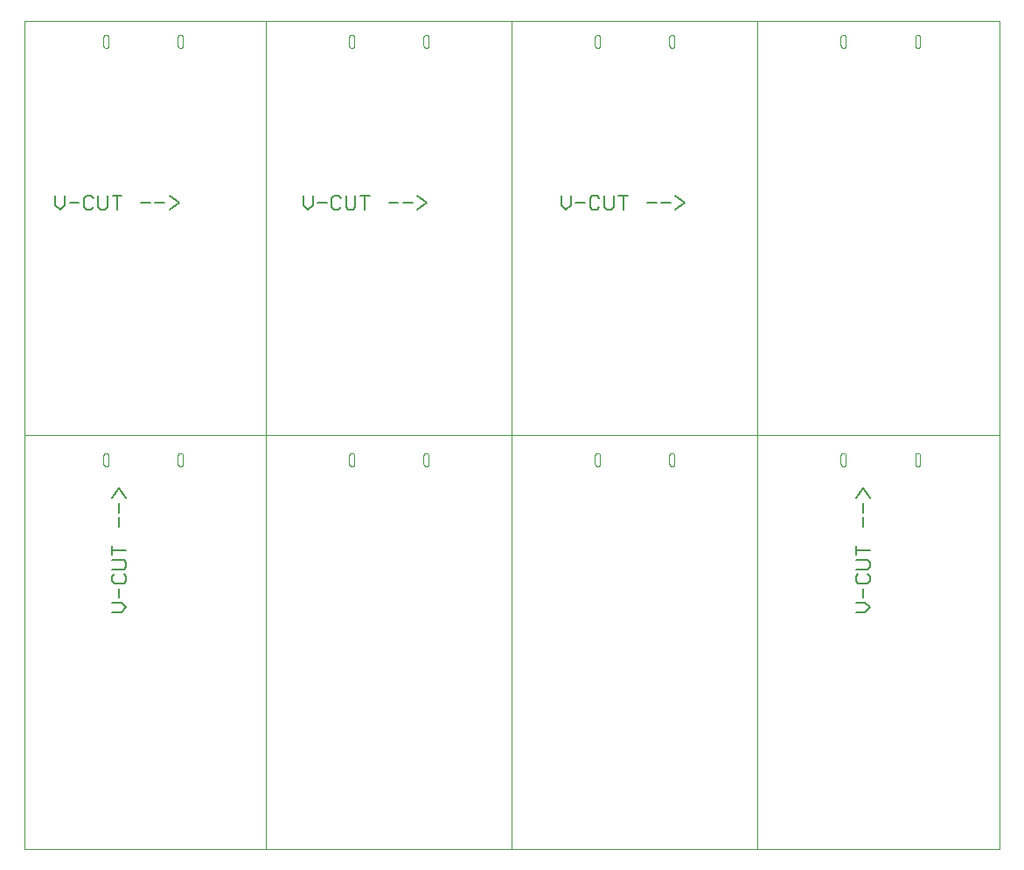
<source format=gko>
G04 This is an RS-274x file exported by *
G04 gerbv version 2.6.0 *
G04 More information is available about gerbv at *
G04 http://gerbv.gpleda.org/ *
G04 --End of header info--*
%MOIN*%
%FSLAX34Y34*%
%IPPOS*%
G04 --Define apertures--*
%ADD10C,0.0010*%
%ADD11C,0.0050*%
%ADD12C,0.0000*%
G04 --Start main section--*
G54D10*
G01X0001000Y0001000D02*
G01X0001000Y0032612D01*
G01X0001000Y0032612D02*
G01X0038158Y0032612D01*
G01X0038158Y0032612D02*
G01X0038158Y0001000D01*
G01X0038158Y0001000D02*
G01X0001000Y0001000D01*
G01X0000000Y0000000D02*
G01X0001000Y0016806D02*
G01X0038158Y0016806D01*
G01X0010212Y0001000D02*
G01X0010212Y0032612D01*
G01X0019579Y0001000D02*
G01X0019579Y0032612D01*
G01X0028947Y0001000D02*
G01X0028947Y0032612D01*
G01X0000000Y0000000D02*
G54D11*
G01X0004338Y0010048D02*
G01X0004699Y0010048D01*
G01X0004699Y0010048D02*
G01X0004879Y0010228D01*
G01X0004879Y0010228D02*
G01X0004699Y0010408D01*
G01X0004699Y0010408D02*
G01X0004338Y0010408D01*
G01X0004609Y0010591D02*
G01X0004609Y0010952D01*
G01X0004429Y0011135D02*
G01X0004789Y0011135D01*
G01X0004789Y0011135D02*
G01X0004879Y0011225D01*
G01X0004879Y0011225D02*
G01X0004879Y0011406D01*
G01X0004879Y0011406D02*
G01X0004789Y0011496D01*
G01X0004789Y0011679D02*
G01X0004338Y0011679D01*
G01X0004429Y0011496D02*
G01X0004338Y0011406D01*
G01X0004338Y0011406D02*
G01X0004338Y0011225D01*
G01X0004338Y0011225D02*
G01X0004429Y0011135D01*
G01X0004789Y0011679D02*
G01X0004879Y0011769D01*
G01X0004879Y0011769D02*
G01X0004879Y0011949D01*
G01X0004879Y0011949D02*
G01X0004789Y0012040D01*
G01X0004789Y0012040D02*
G01X0004338Y0012040D01*
G01X0004338Y0012223D02*
G01X0004338Y0012583D01*
G01X0004338Y0012403D02*
G01X0004879Y0012403D01*
G01X0004609Y0013310D02*
G01X0004609Y0013671D01*
G01X0004609Y0013854D02*
G01X0004609Y0014215D01*
G01X0004338Y0014398D02*
G01X0004609Y0014758D01*
G01X0004609Y0014758D02*
G01X0004879Y0014398D01*
G01X0004529Y0025402D02*
G01X0004529Y0025943D01*
G01X0004349Y0025943D02*
G01X0004709Y0025943D01*
G01X0004166Y0025943D02*
G01X0004166Y0025492D01*
G01X0004166Y0025492D02*
G01X0004075Y0025402D01*
G01X0004075Y0025402D02*
G01X0003895Y0025402D01*
G01X0003895Y0025402D02*
G01X0003805Y0025492D01*
G01X0003805Y0025492D02*
G01X0003805Y0025943D01*
G01X0003622Y0025853D02*
G01X0003532Y0025943D01*
G01X0003532Y0025943D02*
G01X0003351Y0025943D01*
G01X0003351Y0025943D02*
G01X0003261Y0025853D01*
G01X0003261Y0025853D02*
G01X0003261Y0025492D01*
G01X0003261Y0025492D02*
G01X0003351Y0025402D01*
G01X0003351Y0025402D02*
G01X0003532Y0025402D01*
G01X0003532Y0025402D02*
G01X0003622Y0025492D01*
G01X0003078Y0025672D02*
G01X0002717Y0025672D01*
G01X0002534Y0025582D02*
G01X0002354Y0025402D01*
G01X0002354Y0025402D02*
G01X0002174Y0025582D01*
G01X0002174Y0025582D02*
G01X0002174Y0025943D01*
G01X0002534Y0025943D02*
G01X0002534Y0025582D01*
G01X0005436Y0025672D02*
G01X0005797Y0025672D01*
G01X0005980Y0025672D02*
G01X0006341Y0025672D01*
G01X0006524Y0025943D02*
G01X0006884Y0025672D01*
G01X0006884Y0025672D02*
G01X0006524Y0025402D01*
G01X0011622Y0025582D02*
G01X0011803Y0025402D01*
G01X0011803Y0025402D02*
G01X0011983Y0025582D01*
G01X0011983Y0025582D02*
G01X0011983Y0025943D01*
G01X0012166Y0025672D02*
G01X0012527Y0025672D01*
G01X0012710Y0025853D02*
G01X0012710Y0025492D01*
G01X0012710Y0025492D02*
G01X0012800Y0025402D01*
G01X0012800Y0025402D02*
G01X0012980Y0025402D01*
G01X0012980Y0025402D02*
G01X0013071Y0025492D01*
G01X0013254Y0025492D02*
G01X0013344Y0025402D01*
G01X0013344Y0025402D02*
G01X0013524Y0025402D01*
G01X0013524Y0025402D02*
G01X0013614Y0025492D01*
G01X0013614Y0025492D02*
G01X0013614Y0025943D01*
G01X0013797Y0025943D02*
G01X0014158Y0025943D01*
G01X0013978Y0025943D02*
G01X0013978Y0025402D01*
G01X0013254Y0025492D02*
G01X0013254Y0025943D01*
G01X0013071Y0025853D02*
G01X0012980Y0025943D01*
G01X0012980Y0025943D02*
G01X0012800Y0025943D01*
G01X0012800Y0025943D02*
G01X0012710Y0025853D01*
G01X0011622Y0025943D02*
G01X0011622Y0025582D01*
G01X0014885Y0025672D02*
G01X0015246Y0025672D01*
G01X0015429Y0025672D02*
G01X0015789Y0025672D01*
G01X0015973Y0025943D02*
G01X0016333Y0025672D01*
G01X0016333Y0025672D02*
G01X0015973Y0025402D01*
G01X0021465Y0025582D02*
G01X0021645Y0025402D01*
G01X0021645Y0025402D02*
G01X0021826Y0025582D01*
G01X0021826Y0025582D02*
G01X0021826Y0025943D01*
G01X0022009Y0025672D02*
G01X0022369Y0025672D01*
G01X0022552Y0025853D02*
G01X0022552Y0025492D01*
G01X0022552Y0025492D02*
G01X0022643Y0025402D01*
G01X0022643Y0025402D02*
G01X0022823Y0025402D01*
G01X0022823Y0025402D02*
G01X0022913Y0025492D01*
G01X0023096Y0025492D02*
G01X0023186Y0025402D01*
G01X0023186Y0025402D02*
G01X0023367Y0025402D01*
G01X0023367Y0025402D02*
G01X0023457Y0025492D01*
G01X0023457Y0025492D02*
G01X0023457Y0025943D01*
G01X0023640Y0025943D02*
G01X0024001Y0025943D01*
G01X0023820Y0025943D02*
G01X0023820Y0025402D01*
G01X0023096Y0025492D02*
G01X0023096Y0025943D01*
G01X0022913Y0025853D02*
G01X0022823Y0025943D01*
G01X0022823Y0025943D02*
G01X0022643Y0025943D01*
G01X0022643Y0025943D02*
G01X0022552Y0025853D01*
G01X0021465Y0025943D02*
G01X0021465Y0025582D01*
G01X0024728Y0025672D02*
G01X0025088Y0025672D01*
G01X0025271Y0025672D02*
G01X0025632Y0025672D01*
G01X0025815Y0025943D02*
G01X0026176Y0025672D01*
G01X0026176Y0025672D02*
G01X0025815Y0025402D01*
G01X0032955Y0014758D02*
G01X0033226Y0014398D01*
G01X0032955Y0014215D02*
G01X0032955Y0013854D01*
G01X0032955Y0013671D02*
G01X0032955Y0013310D01*
G01X0032685Y0012583D02*
G01X0032685Y0012223D01*
G01X0032685Y0012403D02*
G01X0033226Y0012403D01*
G01X0033136Y0012040D02*
G01X0032685Y0012040D01*
G01X0032685Y0011679D02*
G01X0033136Y0011679D01*
G01X0033136Y0011679D02*
G01X0033226Y0011769D01*
G01X0033226Y0011769D02*
G01X0033226Y0011949D01*
G01X0033226Y0011949D02*
G01X0033136Y0012040D01*
G01X0033136Y0011496D02*
G01X0033226Y0011406D01*
G01X0033226Y0011406D02*
G01X0033226Y0011225D01*
G01X0033226Y0011225D02*
G01X0033136Y0011135D01*
G01X0033136Y0011135D02*
G01X0032775Y0011135D01*
G01X0032775Y0011135D02*
G01X0032685Y0011225D01*
G01X0032685Y0011225D02*
G01X0032685Y0011406D01*
G01X0032685Y0011406D02*
G01X0032775Y0011496D01*
G01X0032955Y0010952D02*
G01X0032955Y0010591D01*
G01X0033046Y0010408D02*
G01X0032685Y0010408D01*
G01X0033046Y0010408D02*
G01X0033226Y0010228D01*
G01X0033226Y0010228D02*
G01X0033046Y0010048D01*
G01X0033046Y0010048D02*
G01X0032685Y0010048D01*
G01X0032685Y0014398D02*
G01X0032955Y0014758D01*
G01X0000000Y0000000D02*
G54D12*
G01X0004012Y0015705D02*
G01X0004012Y0016020D01*
G01X0004012Y0016020D02*
G01X0004012Y0016026D01*
G01X0004012Y0016026D02*
G01X0004013Y0016032D01*
G01X0004013Y0016032D02*
G01X0004014Y0016038D01*
G01X0004014Y0016038D02*
G01X0004015Y0016044D01*
G01X0004015Y0016044D02*
G01X0004017Y0016050D01*
G01X0004017Y0016050D02*
G01X0004019Y0016056D01*
G01X0004019Y0016056D02*
G01X0004021Y0016062D01*
G01X0004021Y0016062D02*
G01X0004024Y0016067D01*
G01X0004024Y0016067D02*
G01X0004027Y0016072D01*
G01X0004027Y0016072D02*
G01X0004031Y0016078D01*
G01X0004031Y0016078D02*
G01X0004034Y0016082D01*
G01X0004034Y0016082D02*
G01X0004039Y0016087D01*
G01X0004039Y0016087D02*
G01X0004043Y0016091D01*
G01X0004043Y0016091D02*
G01X0004048Y0016096D01*
G01X0004048Y0016096D02*
G01X0004052Y0016099D01*
G01X0004052Y0016099D02*
G01X0004058Y0016103D01*
G01X0004058Y0016103D02*
G01X0004063Y0016106D01*
G01X0004063Y0016106D02*
G01X0004068Y0016109D01*
G01X0004068Y0016109D02*
G01X0004074Y0016111D01*
G01X0004074Y0016111D02*
G01X0004080Y0016113D01*
G01X0004080Y0016113D02*
G01X0004086Y0016115D01*
G01X0004086Y0016115D02*
G01X0004092Y0016116D01*
G01X0004092Y0016116D02*
G01X0004098Y0016117D01*
G01X0004098Y0016117D02*
G01X0004104Y0016118D01*
G01X0004104Y0016118D02*
G01X0004110Y0016118D01*
G01X0004110Y0016118D02*
G01X0004116Y0016118D01*
G01X0004116Y0016118D02*
G01X0004123Y0016117D01*
G01X0004123Y0016117D02*
G01X0004129Y0016116D01*
G01X0004129Y0016116D02*
G01X0004135Y0016115D01*
G01X0004135Y0016115D02*
G01X0004141Y0016113D01*
G01X0004141Y0016113D02*
G01X0004146Y0016111D01*
G01X0004146Y0016111D02*
G01X0004152Y0016109D01*
G01X0004152Y0016109D02*
G01X0004158Y0016106D01*
G01X0004158Y0016106D02*
G01X0004163Y0016103D01*
G01X0004163Y0016103D02*
G01X0004168Y0016099D01*
G01X0004168Y0016099D02*
G01X0004173Y0016096D01*
G01X0004173Y0016096D02*
G01X0004178Y0016091D01*
G01X0004178Y0016091D02*
G01X0004182Y0016087D01*
G01X0004182Y0016087D02*
G01X0004186Y0016082D01*
G01X0004186Y0016082D02*
G01X0004190Y0016078D01*
G01X0004190Y0016078D02*
G01X0004193Y0016072D01*
G01X0004193Y0016072D02*
G01X0004196Y0016067D01*
G01X0004196Y0016067D02*
G01X0004199Y0016062D01*
G01X0004199Y0016062D02*
G01X0004202Y0016056D01*
G01X0004202Y0016056D02*
G01X0004204Y0016050D01*
G01X0004204Y0016050D02*
G01X0004206Y0016044D01*
G01X0004206Y0016044D02*
G01X0004207Y0016038D01*
G01X0004207Y0016038D02*
G01X0004208Y0016032D01*
G01X0004208Y0016032D02*
G01X0004208Y0016026D01*
G01X0004208Y0016026D02*
G01X0004209Y0016020D01*
G01X0004209Y0016020D02*
G01X0004209Y0015705D01*
G01X0004110Y0015606D02*
G01X0004104Y0015607D01*
G01X0004104Y0015607D02*
G01X0004098Y0015607D01*
G01X0004098Y0015607D02*
G01X0004092Y0015608D01*
G01X0004092Y0015608D02*
G01X0004086Y0015609D01*
G01X0004086Y0015609D02*
G01X0004080Y0015611D01*
G01X0004080Y0015611D02*
G01X0004074Y0015613D01*
G01X0004074Y0015613D02*
G01X0004068Y0015616D01*
G01X0004068Y0015616D02*
G01X0004063Y0015619D01*
G01X0004063Y0015619D02*
G01X0004058Y0015622D01*
G01X0004058Y0015622D02*
G01X0004052Y0015625D01*
G01X0004052Y0015625D02*
G01X0004048Y0015629D01*
G01X0004048Y0015629D02*
G01X0004043Y0015633D01*
G01X0004043Y0015633D02*
G01X0004039Y0015637D01*
G01X0004039Y0015637D02*
G01X0004034Y0015642D01*
G01X0004034Y0015642D02*
G01X0004031Y0015647D01*
G01X0004031Y0015647D02*
G01X0004027Y0015652D01*
G01X0004027Y0015652D02*
G01X0004024Y0015657D01*
G01X0004024Y0015657D02*
G01X0004021Y0015663D01*
G01X0004021Y0015663D02*
G01X0004019Y0015669D01*
G01X0004019Y0015669D02*
G01X0004017Y0015674D01*
G01X0004017Y0015674D02*
G01X0004015Y0015680D01*
G01X0004015Y0015680D02*
G01X0004014Y0015686D01*
G01X0004014Y0015686D02*
G01X0004013Y0015692D01*
G01X0004013Y0015692D02*
G01X0004012Y0015699D01*
G01X0004012Y0015699D02*
G01X0004012Y0015705D01*
G01X0004110Y0015606D02*
G01X0004116Y0015607D01*
G01X0004116Y0015607D02*
G01X0004123Y0015607D01*
G01X0004123Y0015607D02*
G01X0004129Y0015608D01*
G01X0004129Y0015608D02*
G01X0004135Y0015609D01*
G01X0004135Y0015609D02*
G01X0004141Y0015611D01*
G01X0004141Y0015611D02*
G01X0004146Y0015613D01*
G01X0004146Y0015613D02*
G01X0004152Y0015616D01*
G01X0004152Y0015616D02*
G01X0004158Y0015619D01*
G01X0004158Y0015619D02*
G01X0004163Y0015622D01*
G01X0004163Y0015622D02*
G01X0004168Y0015625D01*
G01X0004168Y0015625D02*
G01X0004173Y0015629D01*
G01X0004173Y0015629D02*
G01X0004178Y0015633D01*
G01X0004178Y0015633D02*
G01X0004182Y0015637D01*
G01X0004182Y0015637D02*
G01X0004186Y0015642D01*
G01X0004186Y0015642D02*
G01X0004190Y0015647D01*
G01X0004190Y0015647D02*
G01X0004193Y0015652D01*
G01X0004193Y0015652D02*
G01X0004196Y0015657D01*
G01X0004196Y0015657D02*
G01X0004199Y0015663D01*
G01X0004199Y0015663D02*
G01X0004202Y0015669D01*
G01X0004202Y0015669D02*
G01X0004204Y0015674D01*
G01X0004204Y0015674D02*
G01X0004206Y0015680D01*
G01X0004206Y0015680D02*
G01X0004207Y0015686D01*
G01X0004207Y0015686D02*
G01X0004208Y0015692D01*
G01X0004208Y0015692D02*
G01X0004208Y0015699D01*
G01X0004208Y0015699D02*
G01X0004209Y0015705D01*
G01X0006847Y0015705D02*
G01X0006847Y0016020D01*
G01X0006847Y0016020D02*
G01X0006847Y0016026D01*
G01X0006847Y0016026D02*
G01X0006847Y0016032D01*
G01X0006847Y0016032D02*
G01X0006848Y0016038D01*
G01X0006848Y0016038D02*
G01X0006850Y0016044D01*
G01X0006850Y0016044D02*
G01X0006851Y0016050D01*
G01X0006851Y0016050D02*
G01X0006853Y0016056D01*
G01X0006853Y0016056D02*
G01X0006856Y0016062D01*
G01X0006856Y0016062D02*
G01X0006859Y0016067D01*
G01X0006859Y0016067D02*
G01X0006862Y0016072D01*
G01X0006862Y0016072D02*
G01X0006865Y0016078D01*
G01X0006865Y0016078D02*
G01X0006869Y0016082D01*
G01X0006869Y0016082D02*
G01X0006873Y0016087D01*
G01X0006873Y0016087D02*
G01X0006878Y0016091D01*
G01X0006878Y0016091D02*
G01X0006882Y0016096D01*
G01X0006882Y0016096D02*
G01X0006887Y0016099D01*
G01X0006887Y0016099D02*
G01X0006892Y0016103D01*
G01X0006892Y0016103D02*
G01X0006898Y0016106D01*
G01X0006898Y0016106D02*
G01X0006903Y0016109D01*
G01X0006903Y0016109D02*
G01X0006909Y0016111D01*
G01X0006909Y0016111D02*
G01X0006915Y0016113D01*
G01X0006915Y0016113D02*
G01X0006920Y0016115D01*
G01X0006920Y0016115D02*
G01X0006927Y0016116D01*
G01X0006927Y0016116D02*
G01X0006933Y0016117D01*
G01X0006933Y0016117D02*
G01X0006939Y0016118D01*
G01X0006939Y0016118D02*
G01X0006945Y0016118D01*
G01X0006945Y0016118D02*
G01X0006951Y0016118D01*
G01X0006951Y0016118D02*
G01X0006957Y0016117D01*
G01X0006957Y0016117D02*
G01X0006963Y0016116D01*
G01X0006963Y0016116D02*
G01X0006969Y0016115D01*
G01X0006969Y0016115D02*
G01X0006975Y0016113D01*
G01X0006975Y0016113D02*
G01X0006981Y0016111D01*
G01X0006981Y0016111D02*
G01X0006987Y0016109D01*
G01X0006987Y0016109D02*
G01X0006992Y0016106D01*
G01X0006992Y0016106D02*
G01X0006998Y0016103D01*
G01X0006998Y0016103D02*
G01X0007003Y0016099D01*
G01X0007003Y0016099D02*
G01X0007008Y0016096D01*
G01X0007008Y0016096D02*
G01X0007012Y0016091D01*
G01X0007012Y0016091D02*
G01X0007017Y0016087D01*
G01X0007017Y0016087D02*
G01X0007021Y0016082D01*
G01X0007021Y0016082D02*
G01X0007025Y0016078D01*
G01X0007025Y0016078D02*
G01X0007028Y0016072D01*
G01X0007028Y0016072D02*
G01X0007031Y0016067D01*
G01X0007031Y0016067D02*
G01X0007034Y0016062D01*
G01X0007034Y0016062D02*
G01X0007036Y0016056D01*
G01X0007036Y0016056D02*
G01X0007039Y0016050D01*
G01X0007039Y0016050D02*
G01X0007040Y0016044D01*
G01X0007040Y0016044D02*
G01X0007042Y0016038D01*
G01X0007042Y0016038D02*
G01X0007043Y0016032D01*
G01X0007043Y0016032D02*
G01X0007043Y0016026D01*
G01X0007043Y0016026D02*
G01X0007043Y0016020D01*
G01X0007043Y0016020D02*
G01X0007043Y0015705D01*
G01X0006945Y0015606D02*
G01X0006939Y0015607D01*
G01X0006939Y0015607D02*
G01X0006933Y0015607D01*
G01X0006933Y0015607D02*
G01X0006927Y0015608D01*
G01X0006927Y0015608D02*
G01X0006920Y0015609D01*
G01X0006920Y0015609D02*
G01X0006915Y0015611D01*
G01X0006915Y0015611D02*
G01X0006909Y0015613D01*
G01X0006909Y0015613D02*
G01X0006903Y0015616D01*
G01X0006903Y0015616D02*
G01X0006898Y0015619D01*
G01X0006898Y0015619D02*
G01X0006892Y0015622D01*
G01X0006892Y0015622D02*
G01X0006887Y0015625D01*
G01X0006887Y0015625D02*
G01X0006882Y0015629D01*
G01X0006882Y0015629D02*
G01X0006878Y0015633D01*
G01X0006878Y0015633D02*
G01X0006873Y0015637D01*
G01X0006873Y0015637D02*
G01X0006869Y0015642D01*
G01X0006869Y0015642D02*
G01X0006865Y0015647D01*
G01X0006865Y0015647D02*
G01X0006862Y0015652D01*
G01X0006862Y0015652D02*
G01X0006859Y0015657D01*
G01X0006859Y0015657D02*
G01X0006856Y0015663D01*
G01X0006856Y0015663D02*
G01X0006853Y0015669D01*
G01X0006853Y0015669D02*
G01X0006851Y0015674D01*
G01X0006851Y0015674D02*
G01X0006850Y0015680D01*
G01X0006850Y0015680D02*
G01X0006848Y0015686D01*
G01X0006848Y0015686D02*
G01X0006847Y0015692D01*
G01X0006847Y0015692D02*
G01X0006847Y0015699D01*
G01X0006847Y0015699D02*
G01X0006847Y0015705D01*
G01X0006945Y0015606D02*
G01X0006951Y0015607D01*
G01X0006951Y0015607D02*
G01X0006957Y0015607D01*
G01X0006957Y0015607D02*
G01X0006963Y0015608D01*
G01X0006963Y0015608D02*
G01X0006969Y0015609D01*
G01X0006969Y0015609D02*
G01X0006975Y0015611D01*
G01X0006975Y0015611D02*
G01X0006981Y0015613D01*
G01X0006981Y0015613D02*
G01X0006987Y0015616D01*
G01X0006987Y0015616D02*
G01X0006992Y0015619D01*
G01X0006992Y0015619D02*
G01X0006998Y0015622D01*
G01X0006998Y0015622D02*
G01X0007003Y0015625D01*
G01X0007003Y0015625D02*
G01X0007008Y0015629D01*
G01X0007008Y0015629D02*
G01X0007012Y0015633D01*
G01X0007012Y0015633D02*
G01X0007017Y0015637D01*
G01X0007017Y0015637D02*
G01X0007021Y0015642D01*
G01X0007021Y0015642D02*
G01X0007025Y0015647D01*
G01X0007025Y0015647D02*
G01X0007028Y0015652D01*
G01X0007028Y0015652D02*
G01X0007031Y0015657D01*
G01X0007031Y0015657D02*
G01X0007034Y0015663D01*
G01X0007034Y0015663D02*
G01X0007036Y0015669D01*
G01X0007036Y0015669D02*
G01X0007039Y0015674D01*
G01X0007039Y0015674D02*
G01X0007040Y0015680D01*
G01X0007040Y0015680D02*
G01X0007042Y0015686D01*
G01X0007042Y0015686D02*
G01X0007043Y0015692D01*
G01X0007043Y0015692D02*
G01X0007043Y0015699D01*
G01X0007043Y0015699D02*
G01X0007043Y0015705D01*
G01X0004012Y0031667D02*
G01X0004012Y0031982D01*
G01X0004012Y0031982D02*
G01X0004012Y0031988D01*
G01X0004012Y0031988D02*
G01X0004013Y0031994D01*
G01X0004013Y0031994D02*
G01X0004014Y0032000D01*
G01X0004014Y0032000D02*
G01X0004015Y0032006D01*
G01X0004015Y0032006D02*
G01X0004017Y0032012D01*
G01X0004017Y0032012D02*
G01X0004019Y0032018D01*
G01X0004019Y0032018D02*
G01X0004021Y0032024D01*
G01X0004021Y0032024D02*
G01X0004024Y0032029D01*
G01X0004024Y0032029D02*
G01X0004027Y0032035D01*
G01X0004027Y0032035D02*
G01X0004031Y0032040D01*
G01X0004031Y0032040D02*
G01X0004034Y0032045D01*
G01X0004034Y0032045D02*
G01X0004039Y0032049D01*
G01X0004039Y0032049D02*
G01X0004043Y0032054D01*
G01X0004043Y0032054D02*
G01X0004048Y0032058D01*
G01X0004048Y0032058D02*
G01X0004052Y0032061D01*
G01X0004052Y0032061D02*
G01X0004058Y0032065D01*
G01X0004058Y0032065D02*
G01X0004063Y0032068D01*
G01X0004063Y0032068D02*
G01X0004068Y0032071D01*
G01X0004068Y0032071D02*
G01X0004074Y0032073D01*
G01X0004074Y0032073D02*
G01X0004080Y0032075D01*
G01X0004080Y0032075D02*
G01X0004086Y0032077D01*
G01X0004086Y0032077D02*
G01X0004092Y0032079D01*
G01X0004092Y0032079D02*
G01X0004098Y0032079D01*
G01X0004098Y0032079D02*
G01X0004104Y0032080D01*
G01X0004104Y0032080D02*
G01X0004110Y0032080D01*
G01X0004110Y0032080D02*
G01X0004116Y0032080D01*
G01X0004116Y0032080D02*
G01X0004123Y0032079D01*
G01X0004123Y0032079D02*
G01X0004129Y0032079D01*
G01X0004129Y0032079D02*
G01X0004135Y0032077D01*
G01X0004135Y0032077D02*
G01X0004141Y0032075D01*
G01X0004141Y0032075D02*
G01X0004146Y0032073D01*
G01X0004146Y0032073D02*
G01X0004152Y0032071D01*
G01X0004152Y0032071D02*
G01X0004158Y0032068D01*
G01X0004158Y0032068D02*
G01X0004163Y0032065D01*
G01X0004163Y0032065D02*
G01X0004168Y0032061D01*
G01X0004168Y0032061D02*
G01X0004173Y0032058D01*
G01X0004173Y0032058D02*
G01X0004178Y0032054D01*
G01X0004178Y0032054D02*
G01X0004182Y0032049D01*
G01X0004182Y0032049D02*
G01X0004186Y0032045D01*
G01X0004186Y0032045D02*
G01X0004190Y0032040D01*
G01X0004190Y0032040D02*
G01X0004193Y0032035D01*
G01X0004193Y0032035D02*
G01X0004196Y0032029D01*
G01X0004196Y0032029D02*
G01X0004199Y0032024D01*
G01X0004199Y0032024D02*
G01X0004202Y0032018D01*
G01X0004202Y0032018D02*
G01X0004204Y0032012D01*
G01X0004204Y0032012D02*
G01X0004206Y0032006D01*
G01X0004206Y0032006D02*
G01X0004207Y0032000D01*
G01X0004207Y0032000D02*
G01X0004208Y0031994D01*
G01X0004208Y0031994D02*
G01X0004208Y0031988D01*
G01X0004208Y0031988D02*
G01X0004209Y0031982D01*
G01X0004209Y0031982D02*
G01X0004209Y0031667D01*
G01X0004110Y0031568D02*
G01X0004104Y0031569D01*
G01X0004104Y0031569D02*
G01X0004098Y0031569D01*
G01X0004098Y0031569D02*
G01X0004092Y0031570D01*
G01X0004092Y0031570D02*
G01X0004086Y0031572D01*
G01X0004086Y0031572D02*
G01X0004080Y0031573D01*
G01X0004080Y0031573D02*
G01X0004074Y0031575D01*
G01X0004074Y0031575D02*
G01X0004068Y0031578D01*
G01X0004068Y0031578D02*
G01X0004063Y0031581D01*
G01X0004063Y0031581D02*
G01X0004058Y0031584D01*
G01X0004058Y0031584D02*
G01X0004052Y0031587D01*
G01X0004052Y0031587D02*
G01X0004048Y0031591D01*
G01X0004048Y0031591D02*
G01X0004043Y0031595D01*
G01X0004043Y0031595D02*
G01X0004039Y0031599D01*
G01X0004039Y0031599D02*
G01X0004034Y0031604D01*
G01X0004034Y0031604D02*
G01X0004031Y0031609D01*
G01X0004031Y0031609D02*
G01X0004027Y0031614D01*
G01X0004027Y0031614D02*
G01X0004024Y0031619D01*
G01X0004024Y0031619D02*
G01X0004021Y0031625D01*
G01X0004021Y0031625D02*
G01X0004019Y0031631D01*
G01X0004019Y0031631D02*
G01X0004017Y0031636D01*
G01X0004017Y0031636D02*
G01X0004015Y0031642D01*
G01X0004015Y0031642D02*
G01X0004014Y0031648D01*
G01X0004014Y0031648D02*
G01X0004013Y0031655D01*
G01X0004013Y0031655D02*
G01X0004012Y0031661D01*
G01X0004012Y0031661D02*
G01X0004012Y0031667D01*
G01X0004110Y0031568D02*
G01X0004116Y0031569D01*
G01X0004116Y0031569D02*
G01X0004123Y0031569D01*
G01X0004123Y0031569D02*
G01X0004129Y0031570D01*
G01X0004129Y0031570D02*
G01X0004135Y0031572D01*
G01X0004135Y0031572D02*
G01X0004141Y0031573D01*
G01X0004141Y0031573D02*
G01X0004146Y0031575D01*
G01X0004146Y0031575D02*
G01X0004152Y0031578D01*
G01X0004152Y0031578D02*
G01X0004158Y0031581D01*
G01X0004158Y0031581D02*
G01X0004163Y0031584D01*
G01X0004163Y0031584D02*
G01X0004168Y0031587D01*
G01X0004168Y0031587D02*
G01X0004173Y0031591D01*
G01X0004173Y0031591D02*
G01X0004178Y0031595D01*
G01X0004178Y0031595D02*
G01X0004182Y0031599D01*
G01X0004182Y0031599D02*
G01X0004186Y0031604D01*
G01X0004186Y0031604D02*
G01X0004190Y0031609D01*
G01X0004190Y0031609D02*
G01X0004193Y0031614D01*
G01X0004193Y0031614D02*
G01X0004196Y0031619D01*
G01X0004196Y0031619D02*
G01X0004199Y0031625D01*
G01X0004199Y0031625D02*
G01X0004202Y0031631D01*
G01X0004202Y0031631D02*
G01X0004204Y0031636D01*
G01X0004204Y0031636D02*
G01X0004206Y0031642D01*
G01X0004206Y0031642D02*
G01X0004207Y0031648D01*
G01X0004207Y0031648D02*
G01X0004208Y0031655D01*
G01X0004208Y0031655D02*
G01X0004208Y0031661D01*
G01X0004208Y0031661D02*
G01X0004209Y0031667D01*
G01X0006847Y0031667D02*
G01X0006847Y0031982D01*
G01X0006847Y0031982D02*
G01X0006847Y0031988D01*
G01X0006847Y0031988D02*
G01X0006847Y0031994D01*
G01X0006847Y0031994D02*
G01X0006848Y0032000D01*
G01X0006848Y0032000D02*
G01X0006850Y0032006D01*
G01X0006850Y0032006D02*
G01X0006851Y0032012D01*
G01X0006851Y0032012D02*
G01X0006853Y0032018D01*
G01X0006853Y0032018D02*
G01X0006856Y0032024D01*
G01X0006856Y0032024D02*
G01X0006859Y0032029D01*
G01X0006859Y0032029D02*
G01X0006862Y0032035D01*
G01X0006862Y0032035D02*
G01X0006865Y0032040D01*
G01X0006865Y0032040D02*
G01X0006869Y0032045D01*
G01X0006869Y0032045D02*
G01X0006873Y0032049D01*
G01X0006873Y0032049D02*
G01X0006878Y0032054D01*
G01X0006878Y0032054D02*
G01X0006882Y0032058D01*
G01X0006882Y0032058D02*
G01X0006887Y0032061D01*
G01X0006887Y0032061D02*
G01X0006892Y0032065D01*
G01X0006892Y0032065D02*
G01X0006898Y0032068D01*
G01X0006898Y0032068D02*
G01X0006903Y0032071D01*
G01X0006903Y0032071D02*
G01X0006909Y0032073D01*
G01X0006909Y0032073D02*
G01X0006915Y0032075D01*
G01X0006915Y0032075D02*
G01X0006920Y0032077D01*
G01X0006920Y0032077D02*
G01X0006927Y0032079D01*
G01X0006927Y0032079D02*
G01X0006933Y0032079D01*
G01X0006933Y0032079D02*
G01X0006939Y0032080D01*
G01X0006939Y0032080D02*
G01X0006945Y0032080D01*
G01X0006945Y0032080D02*
G01X0006951Y0032080D01*
G01X0006951Y0032080D02*
G01X0006957Y0032079D01*
G01X0006957Y0032079D02*
G01X0006963Y0032079D01*
G01X0006963Y0032079D02*
G01X0006969Y0032077D01*
G01X0006969Y0032077D02*
G01X0006975Y0032075D01*
G01X0006975Y0032075D02*
G01X0006981Y0032073D01*
G01X0006981Y0032073D02*
G01X0006987Y0032071D01*
G01X0006987Y0032071D02*
G01X0006992Y0032068D01*
G01X0006992Y0032068D02*
G01X0006998Y0032065D01*
G01X0006998Y0032065D02*
G01X0007003Y0032061D01*
G01X0007003Y0032061D02*
G01X0007008Y0032058D01*
G01X0007008Y0032058D02*
G01X0007012Y0032054D01*
G01X0007012Y0032054D02*
G01X0007017Y0032049D01*
G01X0007017Y0032049D02*
G01X0007021Y0032045D01*
G01X0007021Y0032045D02*
G01X0007025Y0032040D01*
G01X0007025Y0032040D02*
G01X0007028Y0032035D01*
G01X0007028Y0032035D02*
G01X0007031Y0032029D01*
G01X0007031Y0032029D02*
G01X0007034Y0032024D01*
G01X0007034Y0032024D02*
G01X0007036Y0032018D01*
G01X0007036Y0032018D02*
G01X0007039Y0032012D01*
G01X0007039Y0032012D02*
G01X0007040Y0032006D01*
G01X0007040Y0032006D02*
G01X0007042Y0032000D01*
G01X0007042Y0032000D02*
G01X0007043Y0031994D01*
G01X0007043Y0031994D02*
G01X0007043Y0031988D01*
G01X0007043Y0031988D02*
G01X0007043Y0031982D01*
G01X0007043Y0031982D02*
G01X0007043Y0031667D01*
G01X0006945Y0031568D02*
G01X0006939Y0031569D01*
G01X0006939Y0031569D02*
G01X0006933Y0031569D01*
G01X0006933Y0031569D02*
G01X0006927Y0031570D01*
G01X0006927Y0031570D02*
G01X0006920Y0031572D01*
G01X0006920Y0031572D02*
G01X0006915Y0031573D01*
G01X0006915Y0031573D02*
G01X0006909Y0031575D01*
G01X0006909Y0031575D02*
G01X0006903Y0031578D01*
G01X0006903Y0031578D02*
G01X0006898Y0031581D01*
G01X0006898Y0031581D02*
G01X0006892Y0031584D01*
G01X0006892Y0031584D02*
G01X0006887Y0031587D01*
G01X0006887Y0031587D02*
G01X0006882Y0031591D01*
G01X0006882Y0031591D02*
G01X0006878Y0031595D01*
G01X0006878Y0031595D02*
G01X0006873Y0031599D01*
G01X0006873Y0031599D02*
G01X0006869Y0031604D01*
G01X0006869Y0031604D02*
G01X0006865Y0031609D01*
G01X0006865Y0031609D02*
G01X0006862Y0031614D01*
G01X0006862Y0031614D02*
G01X0006859Y0031619D01*
G01X0006859Y0031619D02*
G01X0006856Y0031625D01*
G01X0006856Y0031625D02*
G01X0006853Y0031631D01*
G01X0006853Y0031631D02*
G01X0006851Y0031636D01*
G01X0006851Y0031636D02*
G01X0006850Y0031642D01*
G01X0006850Y0031642D02*
G01X0006848Y0031648D01*
G01X0006848Y0031648D02*
G01X0006847Y0031655D01*
G01X0006847Y0031655D02*
G01X0006847Y0031661D01*
G01X0006847Y0031661D02*
G01X0006847Y0031667D01*
G01X0006945Y0031568D02*
G01X0006951Y0031569D01*
G01X0006951Y0031569D02*
G01X0006957Y0031569D01*
G01X0006957Y0031569D02*
G01X0006963Y0031570D01*
G01X0006963Y0031570D02*
G01X0006969Y0031572D01*
G01X0006969Y0031572D02*
G01X0006975Y0031573D01*
G01X0006975Y0031573D02*
G01X0006981Y0031575D01*
G01X0006981Y0031575D02*
G01X0006987Y0031578D01*
G01X0006987Y0031578D02*
G01X0006992Y0031581D01*
G01X0006992Y0031581D02*
G01X0006998Y0031584D01*
G01X0006998Y0031584D02*
G01X0007003Y0031587D01*
G01X0007003Y0031587D02*
G01X0007008Y0031591D01*
G01X0007008Y0031591D02*
G01X0007012Y0031595D01*
G01X0007012Y0031595D02*
G01X0007017Y0031599D01*
G01X0007017Y0031599D02*
G01X0007021Y0031604D01*
G01X0007021Y0031604D02*
G01X0007025Y0031609D01*
G01X0007025Y0031609D02*
G01X0007028Y0031614D01*
G01X0007028Y0031614D02*
G01X0007031Y0031619D01*
G01X0007031Y0031619D02*
G01X0007034Y0031625D01*
G01X0007034Y0031625D02*
G01X0007036Y0031631D01*
G01X0007036Y0031631D02*
G01X0007039Y0031636D01*
G01X0007039Y0031636D02*
G01X0007040Y0031642D01*
G01X0007040Y0031642D02*
G01X0007042Y0031648D01*
G01X0007042Y0031648D02*
G01X0007043Y0031655D01*
G01X0007043Y0031655D02*
G01X0007043Y0031661D01*
G01X0007043Y0031661D02*
G01X0007043Y0031667D01*
G01X0013380Y0015705D02*
G01X0013380Y0016020D01*
G01X0013380Y0016020D02*
G01X0013380Y0016026D01*
G01X0013380Y0016026D02*
G01X0013380Y0016032D01*
G01X0013380Y0016032D02*
G01X0013381Y0016038D01*
G01X0013381Y0016038D02*
G01X0013383Y0016044D01*
G01X0013383Y0016044D02*
G01X0013384Y0016050D01*
G01X0013384Y0016050D02*
G01X0013386Y0016056D01*
G01X0013386Y0016056D02*
G01X0013389Y0016062D01*
G01X0013389Y0016062D02*
G01X0013392Y0016067D01*
G01X0013392Y0016067D02*
G01X0013395Y0016072D01*
G01X0013395Y0016072D02*
G01X0013398Y0016078D01*
G01X0013398Y0016078D02*
G01X0013402Y0016082D01*
G01X0013402Y0016082D02*
G01X0013406Y0016087D01*
G01X0013406Y0016087D02*
G01X0013411Y0016091D01*
G01X0013411Y0016091D02*
G01X0013415Y0016096D01*
G01X0013415Y0016096D02*
G01X0013420Y0016099D01*
G01X0013420Y0016099D02*
G01X0013425Y0016103D01*
G01X0013425Y0016103D02*
G01X0013431Y0016106D01*
G01X0013431Y0016106D02*
G01X0013436Y0016109D01*
G01X0013436Y0016109D02*
G01X0013442Y0016111D01*
G01X0013442Y0016111D02*
G01X0013447Y0016113D01*
G01X0013447Y0016113D02*
G01X0013453Y0016115D01*
G01X0013453Y0016115D02*
G01X0013460Y0016116D01*
G01X0013460Y0016116D02*
G01X0013466Y0016117D01*
G01X0013466Y0016117D02*
G01X0013472Y0016118D01*
G01X0013472Y0016118D02*
G01X0013478Y0016118D01*
G01X0013478Y0016118D02*
G01X0013484Y0016118D01*
G01X0013484Y0016118D02*
G01X0013490Y0016117D01*
G01X0013490Y0016117D02*
G01X0013496Y0016116D01*
G01X0013496Y0016116D02*
G01X0013502Y0016115D01*
G01X0013502Y0016115D02*
G01X0013508Y0016113D01*
G01X0013508Y0016113D02*
G01X0013514Y0016111D01*
G01X0013514Y0016111D02*
G01X0013520Y0016109D01*
G01X0013520Y0016109D02*
G01X0013525Y0016106D01*
G01X0013525Y0016106D02*
G01X0013531Y0016103D01*
G01X0013531Y0016103D02*
G01X0013536Y0016099D01*
G01X0013536Y0016099D02*
G01X0013541Y0016096D01*
G01X0013541Y0016096D02*
G01X0013545Y0016091D01*
G01X0013545Y0016091D02*
G01X0013550Y0016087D01*
G01X0013550Y0016087D02*
G01X0013554Y0016082D01*
G01X0013554Y0016082D02*
G01X0013558Y0016078D01*
G01X0013558Y0016078D02*
G01X0013561Y0016072D01*
G01X0013561Y0016072D02*
G01X0013564Y0016067D01*
G01X0013564Y0016067D02*
G01X0013567Y0016062D01*
G01X0013567Y0016062D02*
G01X0013569Y0016056D01*
G01X0013569Y0016056D02*
G01X0013572Y0016050D01*
G01X0013572Y0016050D02*
G01X0013573Y0016044D01*
G01X0013573Y0016044D02*
G01X0013575Y0016038D01*
G01X0013575Y0016038D02*
G01X0013576Y0016032D01*
G01X0013576Y0016032D02*
G01X0013576Y0016026D01*
G01X0013576Y0016026D02*
G01X0013576Y0016020D01*
G01X0013576Y0016020D02*
G01X0013576Y0015705D01*
G01X0013478Y0015606D02*
G01X0013472Y0015607D01*
G01X0013472Y0015607D02*
G01X0013466Y0015607D01*
G01X0013466Y0015607D02*
G01X0013460Y0015608D01*
G01X0013460Y0015608D02*
G01X0013453Y0015609D01*
G01X0013453Y0015609D02*
G01X0013447Y0015611D01*
G01X0013447Y0015611D02*
G01X0013442Y0015613D01*
G01X0013442Y0015613D02*
G01X0013436Y0015616D01*
G01X0013436Y0015616D02*
G01X0013431Y0015619D01*
G01X0013431Y0015619D02*
G01X0013425Y0015622D01*
G01X0013425Y0015622D02*
G01X0013420Y0015625D01*
G01X0013420Y0015625D02*
G01X0013415Y0015629D01*
G01X0013415Y0015629D02*
G01X0013411Y0015633D01*
G01X0013411Y0015633D02*
G01X0013406Y0015637D01*
G01X0013406Y0015637D02*
G01X0013402Y0015642D01*
G01X0013402Y0015642D02*
G01X0013398Y0015647D01*
G01X0013398Y0015647D02*
G01X0013395Y0015652D01*
G01X0013395Y0015652D02*
G01X0013392Y0015657D01*
G01X0013392Y0015657D02*
G01X0013389Y0015663D01*
G01X0013389Y0015663D02*
G01X0013386Y0015669D01*
G01X0013386Y0015669D02*
G01X0013384Y0015674D01*
G01X0013384Y0015674D02*
G01X0013383Y0015680D01*
G01X0013383Y0015680D02*
G01X0013381Y0015686D01*
G01X0013381Y0015686D02*
G01X0013380Y0015692D01*
G01X0013380Y0015692D02*
G01X0013380Y0015699D01*
G01X0013380Y0015699D02*
G01X0013380Y0015705D01*
G01X0013478Y0015606D02*
G01X0013484Y0015607D01*
G01X0013484Y0015607D02*
G01X0013490Y0015607D01*
G01X0013490Y0015607D02*
G01X0013496Y0015608D01*
G01X0013496Y0015608D02*
G01X0013502Y0015609D01*
G01X0013502Y0015609D02*
G01X0013508Y0015611D01*
G01X0013508Y0015611D02*
G01X0013514Y0015613D01*
G01X0013514Y0015613D02*
G01X0013520Y0015616D01*
G01X0013520Y0015616D02*
G01X0013525Y0015619D01*
G01X0013525Y0015619D02*
G01X0013531Y0015622D01*
G01X0013531Y0015622D02*
G01X0013536Y0015625D01*
G01X0013536Y0015625D02*
G01X0013541Y0015629D01*
G01X0013541Y0015629D02*
G01X0013545Y0015633D01*
G01X0013545Y0015633D02*
G01X0013550Y0015637D01*
G01X0013550Y0015637D02*
G01X0013554Y0015642D01*
G01X0013554Y0015642D02*
G01X0013558Y0015647D01*
G01X0013558Y0015647D02*
G01X0013561Y0015652D01*
G01X0013561Y0015652D02*
G01X0013564Y0015657D01*
G01X0013564Y0015657D02*
G01X0013567Y0015663D01*
G01X0013567Y0015663D02*
G01X0013569Y0015669D01*
G01X0013569Y0015669D02*
G01X0013572Y0015674D01*
G01X0013572Y0015674D02*
G01X0013573Y0015680D01*
G01X0013573Y0015680D02*
G01X0013575Y0015686D01*
G01X0013575Y0015686D02*
G01X0013576Y0015692D01*
G01X0013576Y0015692D02*
G01X0013576Y0015699D01*
G01X0013576Y0015699D02*
G01X0013576Y0015705D01*
G01X0016214Y0015705D02*
G01X0016214Y0016020D01*
G01X0016214Y0016020D02*
G01X0016214Y0016026D01*
G01X0016214Y0016026D02*
G01X0016215Y0016032D01*
G01X0016215Y0016032D02*
G01X0016216Y0016038D01*
G01X0016216Y0016038D02*
G01X0016217Y0016044D01*
G01X0016217Y0016044D02*
G01X0016219Y0016050D01*
G01X0016219Y0016050D02*
G01X0016221Y0016056D01*
G01X0016221Y0016056D02*
G01X0016224Y0016062D01*
G01X0016224Y0016062D02*
G01X0016226Y0016067D01*
G01X0016226Y0016067D02*
G01X0016229Y0016072D01*
G01X0016229Y0016072D02*
G01X0016233Y0016078D01*
G01X0016233Y0016078D02*
G01X0016237Y0016082D01*
G01X0016237Y0016082D02*
G01X0016241Y0016087D01*
G01X0016241Y0016087D02*
G01X0016245Y0016091D01*
G01X0016245Y0016091D02*
G01X0016250Y0016096D01*
G01X0016250Y0016096D02*
G01X0016255Y0016099D01*
G01X0016255Y0016099D02*
G01X0016260Y0016103D01*
G01X0016260Y0016103D02*
G01X0016265Y0016106D01*
G01X0016265Y0016106D02*
G01X0016271Y0016109D01*
G01X0016271Y0016109D02*
G01X0016276Y0016111D01*
G01X0016276Y0016111D02*
G01X0016282Y0016113D01*
G01X0016282Y0016113D02*
G01X0016288Y0016115D01*
G01X0016288Y0016115D02*
G01X0016294Y0016116D01*
G01X0016294Y0016116D02*
G01X0016300Y0016117D01*
G01X0016300Y0016117D02*
G01X0016306Y0016118D01*
G01X0016306Y0016118D02*
G01X0016313Y0016118D01*
G01X0016313Y0016118D02*
G01X0016319Y0016118D01*
G01X0016319Y0016118D02*
G01X0016325Y0016117D01*
G01X0016325Y0016117D02*
G01X0016331Y0016116D01*
G01X0016331Y0016116D02*
G01X0016337Y0016115D01*
G01X0016337Y0016115D02*
G01X0016343Y0016113D01*
G01X0016343Y0016113D02*
G01X0016349Y0016111D01*
G01X0016349Y0016111D02*
G01X0016355Y0016109D01*
G01X0016355Y0016109D02*
G01X0016360Y0016106D01*
G01X0016360Y0016106D02*
G01X0016365Y0016103D01*
G01X0016365Y0016103D02*
G01X0016370Y0016099D01*
G01X0016370Y0016099D02*
G01X0016375Y0016096D01*
G01X0016375Y0016096D02*
G01X0016380Y0016091D01*
G01X0016380Y0016091D02*
G01X0016384Y0016087D01*
G01X0016384Y0016087D02*
G01X0016388Y0016082D01*
G01X0016388Y0016082D02*
G01X0016392Y0016078D01*
G01X0016392Y0016078D02*
G01X0016396Y0016072D01*
G01X0016396Y0016072D02*
G01X0016399Y0016067D01*
G01X0016399Y0016067D02*
G01X0016402Y0016062D01*
G01X0016402Y0016062D02*
G01X0016404Y0016056D01*
G01X0016404Y0016056D02*
G01X0016406Y0016050D01*
G01X0016406Y0016050D02*
G01X0016408Y0016044D01*
G01X0016408Y0016044D02*
G01X0016409Y0016038D01*
G01X0016409Y0016038D02*
G01X0016410Y0016032D01*
G01X0016410Y0016032D02*
G01X0016411Y0016026D01*
G01X0016411Y0016026D02*
G01X0016411Y0016020D01*
G01X0016411Y0016020D02*
G01X0016411Y0015705D01*
G01X0016313Y0015606D02*
G01X0016306Y0015607D01*
G01X0016306Y0015607D02*
G01X0016300Y0015607D01*
G01X0016300Y0015607D02*
G01X0016294Y0015608D01*
G01X0016294Y0015608D02*
G01X0016288Y0015609D01*
G01X0016288Y0015609D02*
G01X0016282Y0015611D01*
G01X0016282Y0015611D02*
G01X0016276Y0015613D01*
G01X0016276Y0015613D02*
G01X0016271Y0015616D01*
G01X0016271Y0015616D02*
G01X0016265Y0015619D01*
G01X0016265Y0015619D02*
G01X0016260Y0015622D01*
G01X0016260Y0015622D02*
G01X0016255Y0015625D01*
G01X0016255Y0015625D02*
G01X0016250Y0015629D01*
G01X0016250Y0015629D02*
G01X0016245Y0015633D01*
G01X0016245Y0015633D02*
G01X0016241Y0015637D01*
G01X0016241Y0015637D02*
G01X0016237Y0015642D01*
G01X0016237Y0015642D02*
G01X0016233Y0015647D01*
G01X0016233Y0015647D02*
G01X0016229Y0015652D01*
G01X0016229Y0015652D02*
G01X0016226Y0015657D01*
G01X0016226Y0015657D02*
G01X0016224Y0015663D01*
G01X0016224Y0015663D02*
G01X0016221Y0015669D01*
G01X0016221Y0015669D02*
G01X0016219Y0015674D01*
G01X0016219Y0015674D02*
G01X0016217Y0015680D01*
G01X0016217Y0015680D02*
G01X0016216Y0015686D01*
G01X0016216Y0015686D02*
G01X0016215Y0015692D01*
G01X0016215Y0015692D02*
G01X0016214Y0015699D01*
G01X0016214Y0015699D02*
G01X0016214Y0015705D01*
G01X0016313Y0015606D02*
G01X0016319Y0015607D01*
G01X0016319Y0015607D02*
G01X0016325Y0015607D01*
G01X0016325Y0015607D02*
G01X0016331Y0015608D01*
G01X0016331Y0015608D02*
G01X0016337Y0015609D01*
G01X0016337Y0015609D02*
G01X0016343Y0015611D01*
G01X0016343Y0015611D02*
G01X0016349Y0015613D01*
G01X0016349Y0015613D02*
G01X0016355Y0015616D01*
G01X0016355Y0015616D02*
G01X0016360Y0015619D01*
G01X0016360Y0015619D02*
G01X0016365Y0015622D01*
G01X0016365Y0015622D02*
G01X0016370Y0015625D01*
G01X0016370Y0015625D02*
G01X0016375Y0015629D01*
G01X0016375Y0015629D02*
G01X0016380Y0015633D01*
G01X0016380Y0015633D02*
G01X0016384Y0015637D01*
G01X0016384Y0015637D02*
G01X0016388Y0015642D01*
G01X0016388Y0015642D02*
G01X0016392Y0015647D01*
G01X0016392Y0015647D02*
G01X0016396Y0015652D01*
G01X0016396Y0015652D02*
G01X0016399Y0015657D01*
G01X0016399Y0015657D02*
G01X0016402Y0015663D01*
G01X0016402Y0015663D02*
G01X0016404Y0015669D01*
G01X0016404Y0015669D02*
G01X0016406Y0015674D01*
G01X0016406Y0015674D02*
G01X0016408Y0015680D01*
G01X0016408Y0015680D02*
G01X0016409Y0015686D01*
G01X0016409Y0015686D02*
G01X0016410Y0015692D01*
G01X0016410Y0015692D02*
G01X0016411Y0015699D01*
G01X0016411Y0015699D02*
G01X0016411Y0015705D01*
G01X0013380Y0031667D02*
G01X0013380Y0031982D01*
G01X0013380Y0031982D02*
G01X0013380Y0031988D01*
G01X0013380Y0031988D02*
G01X0013380Y0031994D01*
G01X0013380Y0031994D02*
G01X0013381Y0032000D01*
G01X0013381Y0032000D02*
G01X0013383Y0032006D01*
G01X0013383Y0032006D02*
G01X0013384Y0032012D01*
G01X0013384Y0032012D02*
G01X0013386Y0032018D01*
G01X0013386Y0032018D02*
G01X0013389Y0032024D01*
G01X0013389Y0032024D02*
G01X0013392Y0032029D01*
G01X0013392Y0032029D02*
G01X0013395Y0032035D01*
G01X0013395Y0032035D02*
G01X0013398Y0032040D01*
G01X0013398Y0032040D02*
G01X0013402Y0032045D01*
G01X0013402Y0032045D02*
G01X0013406Y0032049D01*
G01X0013406Y0032049D02*
G01X0013411Y0032054D01*
G01X0013411Y0032054D02*
G01X0013415Y0032058D01*
G01X0013415Y0032058D02*
G01X0013420Y0032061D01*
G01X0013420Y0032061D02*
G01X0013425Y0032065D01*
G01X0013425Y0032065D02*
G01X0013431Y0032068D01*
G01X0013431Y0032068D02*
G01X0013436Y0032071D01*
G01X0013436Y0032071D02*
G01X0013442Y0032073D01*
G01X0013442Y0032073D02*
G01X0013447Y0032075D01*
G01X0013447Y0032075D02*
G01X0013453Y0032077D01*
G01X0013453Y0032077D02*
G01X0013460Y0032079D01*
G01X0013460Y0032079D02*
G01X0013466Y0032079D01*
G01X0013466Y0032079D02*
G01X0013472Y0032080D01*
G01X0013472Y0032080D02*
G01X0013478Y0032080D01*
G01X0013478Y0032080D02*
G01X0013484Y0032080D01*
G01X0013484Y0032080D02*
G01X0013490Y0032079D01*
G01X0013490Y0032079D02*
G01X0013496Y0032079D01*
G01X0013496Y0032079D02*
G01X0013502Y0032077D01*
G01X0013502Y0032077D02*
G01X0013508Y0032075D01*
G01X0013508Y0032075D02*
G01X0013514Y0032073D01*
G01X0013514Y0032073D02*
G01X0013520Y0032071D01*
G01X0013520Y0032071D02*
G01X0013525Y0032068D01*
G01X0013525Y0032068D02*
G01X0013531Y0032065D01*
G01X0013531Y0032065D02*
G01X0013536Y0032061D01*
G01X0013536Y0032061D02*
G01X0013541Y0032058D01*
G01X0013541Y0032058D02*
G01X0013545Y0032054D01*
G01X0013545Y0032054D02*
G01X0013550Y0032049D01*
G01X0013550Y0032049D02*
G01X0013554Y0032045D01*
G01X0013554Y0032045D02*
G01X0013558Y0032040D01*
G01X0013558Y0032040D02*
G01X0013561Y0032035D01*
G01X0013561Y0032035D02*
G01X0013564Y0032029D01*
G01X0013564Y0032029D02*
G01X0013567Y0032024D01*
G01X0013567Y0032024D02*
G01X0013569Y0032018D01*
G01X0013569Y0032018D02*
G01X0013572Y0032012D01*
G01X0013572Y0032012D02*
G01X0013573Y0032006D01*
G01X0013573Y0032006D02*
G01X0013575Y0032000D01*
G01X0013575Y0032000D02*
G01X0013576Y0031994D01*
G01X0013576Y0031994D02*
G01X0013576Y0031988D01*
G01X0013576Y0031988D02*
G01X0013576Y0031982D01*
G01X0013576Y0031982D02*
G01X0013576Y0031667D01*
G01X0013478Y0031568D02*
G01X0013472Y0031569D01*
G01X0013472Y0031569D02*
G01X0013466Y0031569D01*
G01X0013466Y0031569D02*
G01X0013460Y0031570D01*
G01X0013460Y0031570D02*
G01X0013453Y0031572D01*
G01X0013453Y0031572D02*
G01X0013447Y0031573D01*
G01X0013447Y0031573D02*
G01X0013442Y0031575D01*
G01X0013442Y0031575D02*
G01X0013436Y0031578D01*
G01X0013436Y0031578D02*
G01X0013431Y0031581D01*
G01X0013431Y0031581D02*
G01X0013425Y0031584D01*
G01X0013425Y0031584D02*
G01X0013420Y0031587D01*
G01X0013420Y0031587D02*
G01X0013415Y0031591D01*
G01X0013415Y0031591D02*
G01X0013411Y0031595D01*
G01X0013411Y0031595D02*
G01X0013406Y0031599D01*
G01X0013406Y0031599D02*
G01X0013402Y0031604D01*
G01X0013402Y0031604D02*
G01X0013398Y0031609D01*
G01X0013398Y0031609D02*
G01X0013395Y0031614D01*
G01X0013395Y0031614D02*
G01X0013392Y0031619D01*
G01X0013392Y0031619D02*
G01X0013389Y0031625D01*
G01X0013389Y0031625D02*
G01X0013386Y0031631D01*
G01X0013386Y0031631D02*
G01X0013384Y0031636D01*
G01X0013384Y0031636D02*
G01X0013383Y0031642D01*
G01X0013383Y0031642D02*
G01X0013381Y0031648D01*
G01X0013381Y0031648D02*
G01X0013380Y0031655D01*
G01X0013380Y0031655D02*
G01X0013380Y0031661D01*
G01X0013380Y0031661D02*
G01X0013380Y0031667D01*
G01X0013478Y0031568D02*
G01X0013484Y0031569D01*
G01X0013484Y0031569D02*
G01X0013490Y0031569D01*
G01X0013490Y0031569D02*
G01X0013496Y0031570D01*
G01X0013496Y0031570D02*
G01X0013502Y0031572D01*
G01X0013502Y0031572D02*
G01X0013508Y0031573D01*
G01X0013508Y0031573D02*
G01X0013514Y0031575D01*
G01X0013514Y0031575D02*
G01X0013520Y0031578D01*
G01X0013520Y0031578D02*
G01X0013525Y0031581D01*
G01X0013525Y0031581D02*
G01X0013531Y0031584D01*
G01X0013531Y0031584D02*
G01X0013536Y0031587D01*
G01X0013536Y0031587D02*
G01X0013541Y0031591D01*
G01X0013541Y0031591D02*
G01X0013545Y0031595D01*
G01X0013545Y0031595D02*
G01X0013550Y0031599D01*
G01X0013550Y0031599D02*
G01X0013554Y0031604D01*
G01X0013554Y0031604D02*
G01X0013558Y0031609D01*
G01X0013558Y0031609D02*
G01X0013561Y0031614D01*
G01X0013561Y0031614D02*
G01X0013564Y0031619D01*
G01X0013564Y0031619D02*
G01X0013567Y0031625D01*
G01X0013567Y0031625D02*
G01X0013569Y0031631D01*
G01X0013569Y0031631D02*
G01X0013572Y0031636D01*
G01X0013572Y0031636D02*
G01X0013573Y0031642D01*
G01X0013573Y0031642D02*
G01X0013575Y0031648D01*
G01X0013575Y0031648D02*
G01X0013576Y0031655D01*
G01X0013576Y0031655D02*
G01X0013576Y0031661D01*
G01X0013576Y0031661D02*
G01X0013576Y0031667D01*
G01X0016214Y0031667D02*
G01X0016214Y0031982D01*
G01X0016214Y0031982D02*
G01X0016214Y0031988D01*
G01X0016214Y0031988D02*
G01X0016215Y0031994D01*
G01X0016215Y0031994D02*
G01X0016216Y0032000D01*
G01X0016216Y0032000D02*
G01X0016217Y0032006D01*
G01X0016217Y0032006D02*
G01X0016219Y0032012D01*
G01X0016219Y0032012D02*
G01X0016221Y0032018D01*
G01X0016221Y0032018D02*
G01X0016224Y0032024D01*
G01X0016224Y0032024D02*
G01X0016226Y0032029D01*
G01X0016226Y0032029D02*
G01X0016229Y0032035D01*
G01X0016229Y0032035D02*
G01X0016233Y0032040D01*
G01X0016233Y0032040D02*
G01X0016237Y0032045D01*
G01X0016237Y0032045D02*
G01X0016241Y0032049D01*
G01X0016241Y0032049D02*
G01X0016245Y0032054D01*
G01X0016245Y0032054D02*
G01X0016250Y0032058D01*
G01X0016250Y0032058D02*
G01X0016255Y0032061D01*
G01X0016255Y0032061D02*
G01X0016260Y0032065D01*
G01X0016260Y0032065D02*
G01X0016265Y0032068D01*
G01X0016265Y0032068D02*
G01X0016271Y0032071D01*
G01X0016271Y0032071D02*
G01X0016276Y0032073D01*
G01X0016276Y0032073D02*
G01X0016282Y0032075D01*
G01X0016282Y0032075D02*
G01X0016288Y0032077D01*
G01X0016288Y0032077D02*
G01X0016294Y0032079D01*
G01X0016294Y0032079D02*
G01X0016300Y0032079D01*
G01X0016300Y0032079D02*
G01X0016306Y0032080D01*
G01X0016306Y0032080D02*
G01X0016313Y0032080D01*
G01X0016313Y0032080D02*
G01X0016319Y0032080D01*
G01X0016319Y0032080D02*
G01X0016325Y0032079D01*
G01X0016325Y0032079D02*
G01X0016331Y0032079D01*
G01X0016331Y0032079D02*
G01X0016337Y0032077D01*
G01X0016337Y0032077D02*
G01X0016343Y0032075D01*
G01X0016343Y0032075D02*
G01X0016349Y0032073D01*
G01X0016349Y0032073D02*
G01X0016355Y0032071D01*
G01X0016355Y0032071D02*
G01X0016360Y0032068D01*
G01X0016360Y0032068D02*
G01X0016365Y0032065D01*
G01X0016365Y0032065D02*
G01X0016370Y0032061D01*
G01X0016370Y0032061D02*
G01X0016375Y0032058D01*
G01X0016375Y0032058D02*
G01X0016380Y0032054D01*
G01X0016380Y0032054D02*
G01X0016384Y0032049D01*
G01X0016384Y0032049D02*
G01X0016388Y0032045D01*
G01X0016388Y0032045D02*
G01X0016392Y0032040D01*
G01X0016392Y0032040D02*
G01X0016396Y0032035D01*
G01X0016396Y0032035D02*
G01X0016399Y0032029D01*
G01X0016399Y0032029D02*
G01X0016402Y0032024D01*
G01X0016402Y0032024D02*
G01X0016404Y0032018D01*
G01X0016404Y0032018D02*
G01X0016406Y0032012D01*
G01X0016406Y0032012D02*
G01X0016408Y0032006D01*
G01X0016408Y0032006D02*
G01X0016409Y0032000D01*
G01X0016409Y0032000D02*
G01X0016410Y0031994D01*
G01X0016410Y0031994D02*
G01X0016411Y0031988D01*
G01X0016411Y0031988D02*
G01X0016411Y0031982D01*
G01X0016411Y0031982D02*
G01X0016411Y0031667D01*
G01X0016313Y0031568D02*
G01X0016306Y0031569D01*
G01X0016306Y0031569D02*
G01X0016300Y0031569D01*
G01X0016300Y0031569D02*
G01X0016294Y0031570D01*
G01X0016294Y0031570D02*
G01X0016288Y0031572D01*
G01X0016288Y0031572D02*
G01X0016282Y0031573D01*
G01X0016282Y0031573D02*
G01X0016276Y0031575D01*
G01X0016276Y0031575D02*
G01X0016271Y0031578D01*
G01X0016271Y0031578D02*
G01X0016265Y0031581D01*
G01X0016265Y0031581D02*
G01X0016260Y0031584D01*
G01X0016260Y0031584D02*
G01X0016255Y0031587D01*
G01X0016255Y0031587D02*
G01X0016250Y0031591D01*
G01X0016250Y0031591D02*
G01X0016245Y0031595D01*
G01X0016245Y0031595D02*
G01X0016241Y0031599D01*
G01X0016241Y0031599D02*
G01X0016237Y0031604D01*
G01X0016237Y0031604D02*
G01X0016233Y0031609D01*
G01X0016233Y0031609D02*
G01X0016229Y0031614D01*
G01X0016229Y0031614D02*
G01X0016226Y0031619D01*
G01X0016226Y0031619D02*
G01X0016224Y0031625D01*
G01X0016224Y0031625D02*
G01X0016221Y0031631D01*
G01X0016221Y0031631D02*
G01X0016219Y0031636D01*
G01X0016219Y0031636D02*
G01X0016217Y0031642D01*
G01X0016217Y0031642D02*
G01X0016216Y0031648D01*
G01X0016216Y0031648D02*
G01X0016215Y0031655D01*
G01X0016215Y0031655D02*
G01X0016214Y0031661D01*
G01X0016214Y0031661D02*
G01X0016214Y0031667D01*
G01X0016313Y0031568D02*
G01X0016319Y0031569D01*
G01X0016319Y0031569D02*
G01X0016325Y0031569D01*
G01X0016325Y0031569D02*
G01X0016331Y0031570D01*
G01X0016331Y0031570D02*
G01X0016337Y0031572D01*
G01X0016337Y0031572D02*
G01X0016343Y0031573D01*
G01X0016343Y0031573D02*
G01X0016349Y0031575D01*
G01X0016349Y0031575D02*
G01X0016355Y0031578D01*
G01X0016355Y0031578D02*
G01X0016360Y0031581D01*
G01X0016360Y0031581D02*
G01X0016365Y0031584D01*
G01X0016365Y0031584D02*
G01X0016370Y0031587D01*
G01X0016370Y0031587D02*
G01X0016375Y0031591D01*
G01X0016375Y0031591D02*
G01X0016380Y0031595D01*
G01X0016380Y0031595D02*
G01X0016384Y0031599D01*
G01X0016384Y0031599D02*
G01X0016388Y0031604D01*
G01X0016388Y0031604D02*
G01X0016392Y0031609D01*
G01X0016392Y0031609D02*
G01X0016396Y0031614D01*
G01X0016396Y0031614D02*
G01X0016399Y0031619D01*
G01X0016399Y0031619D02*
G01X0016402Y0031625D01*
G01X0016402Y0031625D02*
G01X0016404Y0031631D01*
G01X0016404Y0031631D02*
G01X0016406Y0031636D01*
G01X0016406Y0031636D02*
G01X0016408Y0031642D01*
G01X0016408Y0031642D02*
G01X0016409Y0031648D01*
G01X0016409Y0031648D02*
G01X0016410Y0031655D01*
G01X0016410Y0031655D02*
G01X0016411Y0031661D01*
G01X0016411Y0031661D02*
G01X0016411Y0031667D01*
G01X0022747Y0015705D02*
G01X0022747Y0016020D01*
G01X0022747Y0016020D02*
G01X0022747Y0016026D01*
G01X0022747Y0016026D02*
G01X0022748Y0016032D01*
G01X0022748Y0016032D02*
G01X0022749Y0016038D01*
G01X0022749Y0016038D02*
G01X0022750Y0016044D01*
G01X0022750Y0016044D02*
G01X0022752Y0016050D01*
G01X0022752Y0016050D02*
G01X0022754Y0016056D01*
G01X0022754Y0016056D02*
G01X0022757Y0016062D01*
G01X0022757Y0016062D02*
G01X0022759Y0016067D01*
G01X0022759Y0016067D02*
G01X0022763Y0016072D01*
G01X0022763Y0016072D02*
G01X0022766Y0016078D01*
G01X0022766Y0016078D02*
G01X0022770Y0016082D01*
G01X0022770Y0016082D02*
G01X0022774Y0016087D01*
G01X0022774Y0016087D02*
G01X0022778Y0016091D01*
G01X0022778Y0016091D02*
G01X0022783Y0016096D01*
G01X0022783Y0016096D02*
G01X0022788Y0016099D01*
G01X0022788Y0016099D02*
G01X0022793Y0016103D01*
G01X0022793Y0016103D02*
G01X0022798Y0016106D01*
G01X0022798Y0016106D02*
G01X0022804Y0016109D01*
G01X0022804Y0016109D02*
G01X0022809Y0016111D01*
G01X0022809Y0016111D02*
G01X0022815Y0016113D01*
G01X0022815Y0016113D02*
G01X0022821Y0016115D01*
G01X0022821Y0016115D02*
G01X0022827Y0016116D01*
G01X0022827Y0016116D02*
G01X0022833Y0016117D01*
G01X0022833Y0016117D02*
G01X0022839Y0016118D01*
G01X0022839Y0016118D02*
G01X0022846Y0016118D01*
G01X0022846Y0016118D02*
G01X0022852Y0016118D01*
G01X0022852Y0016118D02*
G01X0022858Y0016117D01*
G01X0022858Y0016117D02*
G01X0022864Y0016116D01*
G01X0022864Y0016116D02*
G01X0022870Y0016115D01*
G01X0022870Y0016115D02*
G01X0022876Y0016113D01*
G01X0022876Y0016113D02*
G01X0022882Y0016111D01*
G01X0022882Y0016111D02*
G01X0022888Y0016109D01*
G01X0022888Y0016109D02*
G01X0022893Y0016106D01*
G01X0022893Y0016106D02*
G01X0022898Y0016103D01*
G01X0022898Y0016103D02*
G01X0022903Y0016099D01*
G01X0022903Y0016099D02*
G01X0022908Y0016096D01*
G01X0022908Y0016096D02*
G01X0022913Y0016091D01*
G01X0022913Y0016091D02*
G01X0022917Y0016087D01*
G01X0022917Y0016087D02*
G01X0022921Y0016082D01*
G01X0022921Y0016082D02*
G01X0022925Y0016078D01*
G01X0022925Y0016078D02*
G01X0022929Y0016072D01*
G01X0022929Y0016072D02*
G01X0022932Y0016067D01*
G01X0022932Y0016067D02*
G01X0022935Y0016062D01*
G01X0022935Y0016062D02*
G01X0022937Y0016056D01*
G01X0022937Y0016056D02*
G01X0022939Y0016050D01*
G01X0022939Y0016050D02*
G01X0022941Y0016044D01*
G01X0022941Y0016044D02*
G01X0022942Y0016038D01*
G01X0022942Y0016038D02*
G01X0022943Y0016032D01*
G01X0022943Y0016032D02*
G01X0022944Y0016026D01*
G01X0022944Y0016026D02*
G01X0022944Y0016020D01*
G01X0022944Y0016020D02*
G01X0022944Y0015705D01*
G01X0022846Y0015606D02*
G01X0022839Y0015607D01*
G01X0022839Y0015607D02*
G01X0022833Y0015607D01*
G01X0022833Y0015607D02*
G01X0022827Y0015608D01*
G01X0022827Y0015608D02*
G01X0022821Y0015609D01*
G01X0022821Y0015609D02*
G01X0022815Y0015611D01*
G01X0022815Y0015611D02*
G01X0022809Y0015613D01*
G01X0022809Y0015613D02*
G01X0022804Y0015616D01*
G01X0022804Y0015616D02*
G01X0022798Y0015619D01*
G01X0022798Y0015619D02*
G01X0022793Y0015622D01*
G01X0022793Y0015622D02*
G01X0022788Y0015625D01*
G01X0022788Y0015625D02*
G01X0022783Y0015629D01*
G01X0022783Y0015629D02*
G01X0022778Y0015633D01*
G01X0022778Y0015633D02*
G01X0022774Y0015637D01*
G01X0022774Y0015637D02*
G01X0022770Y0015642D01*
G01X0022770Y0015642D02*
G01X0022766Y0015647D01*
G01X0022766Y0015647D02*
G01X0022763Y0015652D01*
G01X0022763Y0015652D02*
G01X0022759Y0015657D01*
G01X0022759Y0015657D02*
G01X0022757Y0015663D01*
G01X0022757Y0015663D02*
G01X0022754Y0015669D01*
G01X0022754Y0015669D02*
G01X0022752Y0015674D01*
G01X0022752Y0015674D02*
G01X0022750Y0015680D01*
G01X0022750Y0015680D02*
G01X0022749Y0015686D01*
G01X0022749Y0015686D02*
G01X0022748Y0015692D01*
G01X0022748Y0015692D02*
G01X0022747Y0015699D01*
G01X0022747Y0015699D02*
G01X0022747Y0015705D01*
G01X0022846Y0015606D02*
G01X0022852Y0015607D01*
G01X0022852Y0015607D02*
G01X0022858Y0015607D01*
G01X0022858Y0015607D02*
G01X0022864Y0015608D01*
G01X0022864Y0015608D02*
G01X0022870Y0015609D01*
G01X0022870Y0015609D02*
G01X0022876Y0015611D01*
G01X0022876Y0015611D02*
G01X0022882Y0015613D01*
G01X0022882Y0015613D02*
G01X0022888Y0015616D01*
G01X0022888Y0015616D02*
G01X0022893Y0015619D01*
G01X0022893Y0015619D02*
G01X0022898Y0015622D01*
G01X0022898Y0015622D02*
G01X0022903Y0015625D01*
G01X0022903Y0015625D02*
G01X0022908Y0015629D01*
G01X0022908Y0015629D02*
G01X0022913Y0015633D01*
G01X0022913Y0015633D02*
G01X0022917Y0015637D01*
G01X0022917Y0015637D02*
G01X0022921Y0015642D01*
G01X0022921Y0015642D02*
G01X0022925Y0015647D01*
G01X0022925Y0015647D02*
G01X0022929Y0015652D01*
G01X0022929Y0015652D02*
G01X0022932Y0015657D01*
G01X0022932Y0015657D02*
G01X0022935Y0015663D01*
G01X0022935Y0015663D02*
G01X0022937Y0015669D01*
G01X0022937Y0015669D02*
G01X0022939Y0015674D01*
G01X0022939Y0015674D02*
G01X0022941Y0015680D01*
G01X0022941Y0015680D02*
G01X0022942Y0015686D01*
G01X0022942Y0015686D02*
G01X0022943Y0015692D01*
G01X0022943Y0015692D02*
G01X0022944Y0015699D01*
G01X0022944Y0015699D02*
G01X0022944Y0015705D01*
G01X0025582Y0015705D02*
G01X0025582Y0016020D01*
G01X0025582Y0016020D02*
G01X0025582Y0016026D01*
G01X0025582Y0016026D02*
G01X0025583Y0016032D01*
G01X0025583Y0016032D02*
G01X0025584Y0016038D01*
G01X0025584Y0016038D02*
G01X0025585Y0016044D01*
G01X0025585Y0016044D02*
G01X0025587Y0016050D01*
G01X0025587Y0016050D02*
G01X0025589Y0016056D01*
G01X0025589Y0016056D02*
G01X0025591Y0016062D01*
G01X0025591Y0016062D02*
G01X0025594Y0016067D01*
G01X0025594Y0016067D02*
G01X0025597Y0016072D01*
G01X0025597Y0016072D02*
G01X0025601Y0016078D01*
G01X0025601Y0016078D02*
G01X0025605Y0016082D01*
G01X0025605Y0016082D02*
G01X0025609Y0016087D01*
G01X0025609Y0016087D02*
G01X0025613Y0016091D01*
G01X0025613Y0016091D02*
G01X0025618Y0016096D01*
G01X0025618Y0016096D02*
G01X0025623Y0016099D01*
G01X0025623Y0016099D02*
G01X0025628Y0016103D01*
G01X0025628Y0016103D02*
G01X0025633Y0016106D01*
G01X0025633Y0016106D02*
G01X0025638Y0016109D01*
G01X0025638Y0016109D02*
G01X0025644Y0016111D01*
G01X0025644Y0016111D02*
G01X0025650Y0016113D01*
G01X0025650Y0016113D02*
G01X0025656Y0016115D01*
G01X0025656Y0016115D02*
G01X0025662Y0016116D01*
G01X0025662Y0016116D02*
G01X0025668Y0016117D01*
G01X0025668Y0016117D02*
G01X0025674Y0016118D01*
G01X0025674Y0016118D02*
G01X0025680Y0016118D01*
G01X0025680Y0016118D02*
G01X0025687Y0016118D01*
G01X0025687Y0016118D02*
G01X0025693Y0016117D01*
G01X0025693Y0016117D02*
G01X0025699Y0016116D01*
G01X0025699Y0016116D02*
G01X0025705Y0016115D01*
G01X0025705Y0016115D02*
G01X0025711Y0016113D01*
G01X0025711Y0016113D02*
G01X0025717Y0016111D01*
G01X0025717Y0016111D02*
G01X0025722Y0016109D01*
G01X0025722Y0016109D02*
G01X0025728Y0016106D01*
G01X0025728Y0016106D02*
G01X0025733Y0016103D01*
G01X0025733Y0016103D02*
G01X0025738Y0016099D01*
G01X0025738Y0016099D02*
G01X0025743Y0016096D01*
G01X0025743Y0016096D02*
G01X0025748Y0016091D01*
G01X0025748Y0016091D02*
G01X0025752Y0016087D01*
G01X0025752Y0016087D02*
G01X0025756Y0016082D01*
G01X0025756Y0016082D02*
G01X0025760Y0016078D01*
G01X0025760Y0016078D02*
G01X0025763Y0016072D01*
G01X0025763Y0016072D02*
G01X0025767Y0016067D01*
G01X0025767Y0016067D02*
G01X0025769Y0016062D01*
G01X0025769Y0016062D02*
G01X0025772Y0016056D01*
G01X0025772Y0016056D02*
G01X0025774Y0016050D01*
G01X0025774Y0016050D02*
G01X0025776Y0016044D01*
G01X0025776Y0016044D02*
G01X0025777Y0016038D01*
G01X0025777Y0016038D02*
G01X0025778Y0016032D01*
G01X0025778Y0016032D02*
G01X0025779Y0016026D01*
G01X0025779Y0016026D02*
G01X0025779Y0016020D01*
G01X0025779Y0016020D02*
G01X0025779Y0015705D01*
G01X0025680Y0015606D02*
G01X0025674Y0015607D01*
G01X0025674Y0015607D02*
G01X0025668Y0015607D01*
G01X0025668Y0015607D02*
G01X0025662Y0015608D01*
G01X0025662Y0015608D02*
G01X0025656Y0015609D01*
G01X0025656Y0015609D02*
G01X0025650Y0015611D01*
G01X0025650Y0015611D02*
G01X0025644Y0015613D01*
G01X0025644Y0015613D02*
G01X0025638Y0015616D01*
G01X0025638Y0015616D02*
G01X0025633Y0015619D01*
G01X0025633Y0015619D02*
G01X0025628Y0015622D01*
G01X0025628Y0015622D02*
G01X0025623Y0015625D01*
G01X0025623Y0015625D02*
G01X0025618Y0015629D01*
G01X0025618Y0015629D02*
G01X0025613Y0015633D01*
G01X0025613Y0015633D02*
G01X0025609Y0015637D01*
G01X0025609Y0015637D02*
G01X0025605Y0015642D01*
G01X0025605Y0015642D02*
G01X0025601Y0015647D01*
G01X0025601Y0015647D02*
G01X0025597Y0015652D01*
G01X0025597Y0015652D02*
G01X0025594Y0015657D01*
G01X0025594Y0015657D02*
G01X0025591Y0015663D01*
G01X0025591Y0015663D02*
G01X0025589Y0015669D01*
G01X0025589Y0015669D02*
G01X0025587Y0015674D01*
G01X0025587Y0015674D02*
G01X0025585Y0015680D01*
G01X0025585Y0015680D02*
G01X0025584Y0015686D01*
G01X0025584Y0015686D02*
G01X0025583Y0015692D01*
G01X0025583Y0015692D02*
G01X0025582Y0015699D01*
G01X0025582Y0015699D02*
G01X0025582Y0015705D01*
G01X0025680Y0015606D02*
G01X0025687Y0015607D01*
G01X0025687Y0015607D02*
G01X0025693Y0015607D01*
G01X0025693Y0015607D02*
G01X0025699Y0015608D01*
G01X0025699Y0015608D02*
G01X0025705Y0015609D01*
G01X0025705Y0015609D02*
G01X0025711Y0015611D01*
G01X0025711Y0015611D02*
G01X0025717Y0015613D01*
G01X0025717Y0015613D02*
G01X0025722Y0015616D01*
G01X0025722Y0015616D02*
G01X0025728Y0015619D01*
G01X0025728Y0015619D02*
G01X0025733Y0015622D01*
G01X0025733Y0015622D02*
G01X0025738Y0015625D01*
G01X0025738Y0015625D02*
G01X0025743Y0015629D01*
G01X0025743Y0015629D02*
G01X0025748Y0015633D01*
G01X0025748Y0015633D02*
G01X0025752Y0015637D01*
G01X0025752Y0015637D02*
G01X0025756Y0015642D01*
G01X0025756Y0015642D02*
G01X0025760Y0015647D01*
G01X0025760Y0015647D02*
G01X0025763Y0015652D01*
G01X0025763Y0015652D02*
G01X0025767Y0015657D01*
G01X0025767Y0015657D02*
G01X0025769Y0015663D01*
G01X0025769Y0015663D02*
G01X0025772Y0015669D01*
G01X0025772Y0015669D02*
G01X0025774Y0015674D01*
G01X0025774Y0015674D02*
G01X0025776Y0015680D01*
G01X0025776Y0015680D02*
G01X0025777Y0015686D01*
G01X0025777Y0015686D02*
G01X0025778Y0015692D01*
G01X0025778Y0015692D02*
G01X0025779Y0015699D01*
G01X0025779Y0015699D02*
G01X0025779Y0015705D01*
G01X0022747Y0031667D02*
G01X0022747Y0031982D01*
G01X0022747Y0031982D02*
G01X0022747Y0031988D01*
G01X0022747Y0031988D02*
G01X0022748Y0031994D01*
G01X0022748Y0031994D02*
G01X0022749Y0032000D01*
G01X0022749Y0032000D02*
G01X0022750Y0032006D01*
G01X0022750Y0032006D02*
G01X0022752Y0032012D01*
G01X0022752Y0032012D02*
G01X0022754Y0032018D01*
G01X0022754Y0032018D02*
G01X0022757Y0032024D01*
G01X0022757Y0032024D02*
G01X0022759Y0032029D01*
G01X0022759Y0032029D02*
G01X0022763Y0032035D01*
G01X0022763Y0032035D02*
G01X0022766Y0032040D01*
G01X0022766Y0032040D02*
G01X0022770Y0032045D01*
G01X0022770Y0032045D02*
G01X0022774Y0032049D01*
G01X0022774Y0032049D02*
G01X0022778Y0032054D01*
G01X0022778Y0032054D02*
G01X0022783Y0032058D01*
G01X0022783Y0032058D02*
G01X0022788Y0032061D01*
G01X0022788Y0032061D02*
G01X0022793Y0032065D01*
G01X0022793Y0032065D02*
G01X0022798Y0032068D01*
G01X0022798Y0032068D02*
G01X0022804Y0032071D01*
G01X0022804Y0032071D02*
G01X0022809Y0032073D01*
G01X0022809Y0032073D02*
G01X0022815Y0032075D01*
G01X0022815Y0032075D02*
G01X0022821Y0032077D01*
G01X0022821Y0032077D02*
G01X0022827Y0032079D01*
G01X0022827Y0032079D02*
G01X0022833Y0032079D01*
G01X0022833Y0032079D02*
G01X0022839Y0032080D01*
G01X0022839Y0032080D02*
G01X0022846Y0032080D01*
G01X0022846Y0032080D02*
G01X0022852Y0032080D01*
G01X0022852Y0032080D02*
G01X0022858Y0032079D01*
G01X0022858Y0032079D02*
G01X0022864Y0032079D01*
G01X0022864Y0032079D02*
G01X0022870Y0032077D01*
G01X0022870Y0032077D02*
G01X0022876Y0032075D01*
G01X0022876Y0032075D02*
G01X0022882Y0032073D01*
G01X0022882Y0032073D02*
G01X0022888Y0032071D01*
G01X0022888Y0032071D02*
G01X0022893Y0032068D01*
G01X0022893Y0032068D02*
G01X0022898Y0032065D01*
G01X0022898Y0032065D02*
G01X0022903Y0032061D01*
G01X0022903Y0032061D02*
G01X0022908Y0032058D01*
G01X0022908Y0032058D02*
G01X0022913Y0032054D01*
G01X0022913Y0032054D02*
G01X0022917Y0032049D01*
G01X0022917Y0032049D02*
G01X0022921Y0032045D01*
G01X0022921Y0032045D02*
G01X0022925Y0032040D01*
G01X0022925Y0032040D02*
G01X0022929Y0032035D01*
G01X0022929Y0032035D02*
G01X0022932Y0032029D01*
G01X0022932Y0032029D02*
G01X0022935Y0032024D01*
G01X0022935Y0032024D02*
G01X0022937Y0032018D01*
G01X0022937Y0032018D02*
G01X0022939Y0032012D01*
G01X0022939Y0032012D02*
G01X0022941Y0032006D01*
G01X0022941Y0032006D02*
G01X0022942Y0032000D01*
G01X0022942Y0032000D02*
G01X0022943Y0031994D01*
G01X0022943Y0031994D02*
G01X0022944Y0031988D01*
G01X0022944Y0031988D02*
G01X0022944Y0031982D01*
G01X0022944Y0031982D02*
G01X0022944Y0031667D01*
G01X0022846Y0031568D02*
G01X0022839Y0031569D01*
G01X0022839Y0031569D02*
G01X0022833Y0031569D01*
G01X0022833Y0031569D02*
G01X0022827Y0031570D01*
G01X0022827Y0031570D02*
G01X0022821Y0031572D01*
G01X0022821Y0031572D02*
G01X0022815Y0031573D01*
G01X0022815Y0031573D02*
G01X0022809Y0031575D01*
G01X0022809Y0031575D02*
G01X0022804Y0031578D01*
G01X0022804Y0031578D02*
G01X0022798Y0031581D01*
G01X0022798Y0031581D02*
G01X0022793Y0031584D01*
G01X0022793Y0031584D02*
G01X0022788Y0031587D01*
G01X0022788Y0031587D02*
G01X0022783Y0031591D01*
G01X0022783Y0031591D02*
G01X0022778Y0031595D01*
G01X0022778Y0031595D02*
G01X0022774Y0031599D01*
G01X0022774Y0031599D02*
G01X0022770Y0031604D01*
G01X0022770Y0031604D02*
G01X0022766Y0031609D01*
G01X0022766Y0031609D02*
G01X0022763Y0031614D01*
G01X0022763Y0031614D02*
G01X0022759Y0031619D01*
G01X0022759Y0031619D02*
G01X0022757Y0031625D01*
G01X0022757Y0031625D02*
G01X0022754Y0031631D01*
G01X0022754Y0031631D02*
G01X0022752Y0031636D01*
G01X0022752Y0031636D02*
G01X0022750Y0031642D01*
G01X0022750Y0031642D02*
G01X0022749Y0031648D01*
G01X0022749Y0031648D02*
G01X0022748Y0031655D01*
G01X0022748Y0031655D02*
G01X0022747Y0031661D01*
G01X0022747Y0031661D02*
G01X0022747Y0031667D01*
G01X0022846Y0031568D02*
G01X0022852Y0031569D01*
G01X0022852Y0031569D02*
G01X0022858Y0031569D01*
G01X0022858Y0031569D02*
G01X0022864Y0031570D01*
G01X0022864Y0031570D02*
G01X0022870Y0031572D01*
G01X0022870Y0031572D02*
G01X0022876Y0031573D01*
G01X0022876Y0031573D02*
G01X0022882Y0031575D01*
G01X0022882Y0031575D02*
G01X0022888Y0031578D01*
G01X0022888Y0031578D02*
G01X0022893Y0031581D01*
G01X0022893Y0031581D02*
G01X0022898Y0031584D01*
G01X0022898Y0031584D02*
G01X0022903Y0031587D01*
G01X0022903Y0031587D02*
G01X0022908Y0031591D01*
G01X0022908Y0031591D02*
G01X0022913Y0031595D01*
G01X0022913Y0031595D02*
G01X0022917Y0031599D01*
G01X0022917Y0031599D02*
G01X0022921Y0031604D01*
G01X0022921Y0031604D02*
G01X0022925Y0031609D01*
G01X0022925Y0031609D02*
G01X0022929Y0031614D01*
G01X0022929Y0031614D02*
G01X0022932Y0031619D01*
G01X0022932Y0031619D02*
G01X0022935Y0031625D01*
G01X0022935Y0031625D02*
G01X0022937Y0031631D01*
G01X0022937Y0031631D02*
G01X0022939Y0031636D01*
G01X0022939Y0031636D02*
G01X0022941Y0031642D01*
G01X0022941Y0031642D02*
G01X0022942Y0031648D01*
G01X0022942Y0031648D02*
G01X0022943Y0031655D01*
G01X0022943Y0031655D02*
G01X0022944Y0031661D01*
G01X0022944Y0031661D02*
G01X0022944Y0031667D01*
G01X0025582Y0031667D02*
G01X0025582Y0031982D01*
G01X0025582Y0031982D02*
G01X0025582Y0031988D01*
G01X0025582Y0031988D02*
G01X0025583Y0031994D01*
G01X0025583Y0031994D02*
G01X0025584Y0032000D01*
G01X0025584Y0032000D02*
G01X0025585Y0032006D01*
G01X0025585Y0032006D02*
G01X0025587Y0032012D01*
G01X0025587Y0032012D02*
G01X0025589Y0032018D01*
G01X0025589Y0032018D02*
G01X0025591Y0032024D01*
G01X0025591Y0032024D02*
G01X0025594Y0032029D01*
G01X0025594Y0032029D02*
G01X0025597Y0032035D01*
G01X0025597Y0032035D02*
G01X0025601Y0032040D01*
G01X0025601Y0032040D02*
G01X0025605Y0032045D01*
G01X0025605Y0032045D02*
G01X0025609Y0032049D01*
G01X0025609Y0032049D02*
G01X0025613Y0032054D01*
G01X0025613Y0032054D02*
G01X0025618Y0032058D01*
G01X0025618Y0032058D02*
G01X0025623Y0032061D01*
G01X0025623Y0032061D02*
G01X0025628Y0032065D01*
G01X0025628Y0032065D02*
G01X0025633Y0032068D01*
G01X0025633Y0032068D02*
G01X0025638Y0032071D01*
G01X0025638Y0032071D02*
G01X0025644Y0032073D01*
G01X0025644Y0032073D02*
G01X0025650Y0032075D01*
G01X0025650Y0032075D02*
G01X0025656Y0032077D01*
G01X0025656Y0032077D02*
G01X0025662Y0032079D01*
G01X0025662Y0032079D02*
G01X0025668Y0032079D01*
G01X0025668Y0032079D02*
G01X0025674Y0032080D01*
G01X0025674Y0032080D02*
G01X0025680Y0032080D01*
G01X0025680Y0032080D02*
G01X0025687Y0032080D01*
G01X0025687Y0032080D02*
G01X0025693Y0032079D01*
G01X0025693Y0032079D02*
G01X0025699Y0032079D01*
G01X0025699Y0032079D02*
G01X0025705Y0032077D01*
G01X0025705Y0032077D02*
G01X0025711Y0032075D01*
G01X0025711Y0032075D02*
G01X0025717Y0032073D01*
G01X0025717Y0032073D02*
G01X0025722Y0032071D01*
G01X0025722Y0032071D02*
G01X0025728Y0032068D01*
G01X0025728Y0032068D02*
G01X0025733Y0032065D01*
G01X0025733Y0032065D02*
G01X0025738Y0032061D01*
G01X0025738Y0032061D02*
G01X0025743Y0032058D01*
G01X0025743Y0032058D02*
G01X0025748Y0032054D01*
G01X0025748Y0032054D02*
G01X0025752Y0032049D01*
G01X0025752Y0032049D02*
G01X0025756Y0032045D01*
G01X0025756Y0032045D02*
G01X0025760Y0032040D01*
G01X0025760Y0032040D02*
G01X0025763Y0032035D01*
G01X0025763Y0032035D02*
G01X0025767Y0032029D01*
G01X0025767Y0032029D02*
G01X0025769Y0032024D01*
G01X0025769Y0032024D02*
G01X0025772Y0032018D01*
G01X0025772Y0032018D02*
G01X0025774Y0032012D01*
G01X0025774Y0032012D02*
G01X0025776Y0032006D01*
G01X0025776Y0032006D02*
G01X0025777Y0032000D01*
G01X0025777Y0032000D02*
G01X0025778Y0031994D01*
G01X0025778Y0031994D02*
G01X0025779Y0031988D01*
G01X0025779Y0031988D02*
G01X0025779Y0031982D01*
G01X0025779Y0031982D02*
G01X0025779Y0031667D01*
G01X0025680Y0031568D02*
G01X0025674Y0031569D01*
G01X0025674Y0031569D02*
G01X0025668Y0031569D01*
G01X0025668Y0031569D02*
G01X0025662Y0031570D01*
G01X0025662Y0031570D02*
G01X0025656Y0031572D01*
G01X0025656Y0031572D02*
G01X0025650Y0031573D01*
G01X0025650Y0031573D02*
G01X0025644Y0031575D01*
G01X0025644Y0031575D02*
G01X0025638Y0031578D01*
G01X0025638Y0031578D02*
G01X0025633Y0031581D01*
G01X0025633Y0031581D02*
G01X0025628Y0031584D01*
G01X0025628Y0031584D02*
G01X0025623Y0031587D01*
G01X0025623Y0031587D02*
G01X0025618Y0031591D01*
G01X0025618Y0031591D02*
G01X0025613Y0031595D01*
G01X0025613Y0031595D02*
G01X0025609Y0031599D01*
G01X0025609Y0031599D02*
G01X0025605Y0031604D01*
G01X0025605Y0031604D02*
G01X0025601Y0031609D01*
G01X0025601Y0031609D02*
G01X0025597Y0031614D01*
G01X0025597Y0031614D02*
G01X0025594Y0031619D01*
G01X0025594Y0031619D02*
G01X0025591Y0031625D01*
G01X0025591Y0031625D02*
G01X0025589Y0031631D01*
G01X0025589Y0031631D02*
G01X0025587Y0031636D01*
G01X0025587Y0031636D02*
G01X0025585Y0031642D01*
G01X0025585Y0031642D02*
G01X0025584Y0031648D01*
G01X0025584Y0031648D02*
G01X0025583Y0031655D01*
G01X0025583Y0031655D02*
G01X0025582Y0031661D01*
G01X0025582Y0031661D02*
G01X0025582Y0031667D01*
G01X0025680Y0031568D02*
G01X0025687Y0031569D01*
G01X0025687Y0031569D02*
G01X0025693Y0031569D01*
G01X0025693Y0031569D02*
G01X0025699Y0031570D01*
G01X0025699Y0031570D02*
G01X0025705Y0031572D01*
G01X0025705Y0031572D02*
G01X0025711Y0031573D01*
G01X0025711Y0031573D02*
G01X0025717Y0031575D01*
G01X0025717Y0031575D02*
G01X0025722Y0031578D01*
G01X0025722Y0031578D02*
G01X0025728Y0031581D01*
G01X0025728Y0031581D02*
G01X0025733Y0031584D01*
G01X0025733Y0031584D02*
G01X0025738Y0031587D01*
G01X0025738Y0031587D02*
G01X0025743Y0031591D01*
G01X0025743Y0031591D02*
G01X0025748Y0031595D01*
G01X0025748Y0031595D02*
G01X0025752Y0031599D01*
G01X0025752Y0031599D02*
G01X0025756Y0031604D01*
G01X0025756Y0031604D02*
G01X0025760Y0031609D01*
G01X0025760Y0031609D02*
G01X0025763Y0031614D01*
G01X0025763Y0031614D02*
G01X0025767Y0031619D01*
G01X0025767Y0031619D02*
G01X0025769Y0031625D01*
G01X0025769Y0031625D02*
G01X0025772Y0031631D01*
G01X0025772Y0031631D02*
G01X0025774Y0031636D01*
G01X0025774Y0031636D02*
G01X0025776Y0031642D01*
G01X0025776Y0031642D02*
G01X0025777Y0031648D01*
G01X0025777Y0031648D02*
G01X0025778Y0031655D01*
G01X0025778Y0031655D02*
G01X0025779Y0031661D01*
G01X0025779Y0031661D02*
G01X0025779Y0031667D01*
G01X0032115Y0015705D02*
G01X0032115Y0016020D01*
G01X0032115Y0016020D02*
G01X0032115Y0016026D01*
G01X0032115Y0016026D02*
G01X0032116Y0016032D01*
G01X0032116Y0016032D02*
G01X0032117Y0016038D01*
G01X0032117Y0016038D02*
G01X0032118Y0016044D01*
G01X0032118Y0016044D02*
G01X0032120Y0016050D01*
G01X0032120Y0016050D02*
G01X0032122Y0016056D01*
G01X0032122Y0016056D02*
G01X0032124Y0016062D01*
G01X0032124Y0016062D02*
G01X0032127Y0016067D01*
G01X0032127Y0016067D02*
G01X0032130Y0016072D01*
G01X0032130Y0016072D02*
G01X0032134Y0016078D01*
G01X0032134Y0016078D02*
G01X0032138Y0016082D01*
G01X0032138Y0016082D02*
G01X0032142Y0016087D01*
G01X0032142Y0016087D02*
G01X0032146Y0016091D01*
G01X0032146Y0016091D02*
G01X0032151Y0016096D01*
G01X0032151Y0016096D02*
G01X0032156Y0016099D01*
G01X0032156Y0016099D02*
G01X0032161Y0016103D01*
G01X0032161Y0016103D02*
G01X0032166Y0016106D01*
G01X0032166Y0016106D02*
G01X0032171Y0016109D01*
G01X0032171Y0016109D02*
G01X0032177Y0016111D01*
G01X0032177Y0016111D02*
G01X0032183Y0016113D01*
G01X0032183Y0016113D02*
G01X0032189Y0016115D01*
G01X0032189Y0016115D02*
G01X0032195Y0016116D01*
G01X0032195Y0016116D02*
G01X0032201Y0016117D01*
G01X0032201Y0016117D02*
G01X0032207Y0016118D01*
G01X0032207Y0016118D02*
G01X0032213Y0016118D01*
G01X0032213Y0016118D02*
G01X0032220Y0016118D01*
G01X0032220Y0016118D02*
G01X0032226Y0016117D01*
G01X0032226Y0016117D02*
G01X0032232Y0016116D01*
G01X0032232Y0016116D02*
G01X0032238Y0016115D01*
G01X0032238Y0016115D02*
G01X0032244Y0016113D01*
G01X0032244Y0016113D02*
G01X0032250Y0016111D01*
G01X0032250Y0016111D02*
G01X0032255Y0016109D01*
G01X0032255Y0016109D02*
G01X0032261Y0016106D01*
G01X0032261Y0016106D02*
G01X0032266Y0016103D01*
G01X0032266Y0016103D02*
G01X0032271Y0016099D01*
G01X0032271Y0016099D02*
G01X0032276Y0016096D01*
G01X0032276Y0016096D02*
G01X0032281Y0016091D01*
G01X0032281Y0016091D02*
G01X0032285Y0016087D01*
G01X0032285Y0016087D02*
G01X0032289Y0016082D01*
G01X0032289Y0016082D02*
G01X0032293Y0016078D01*
G01X0032293Y0016078D02*
G01X0032296Y0016072D01*
G01X0032296Y0016072D02*
G01X0032300Y0016067D01*
G01X0032300Y0016067D02*
G01X0032302Y0016062D01*
G01X0032302Y0016062D02*
G01X0032305Y0016056D01*
G01X0032305Y0016056D02*
G01X0032307Y0016050D01*
G01X0032307Y0016050D02*
G01X0032309Y0016044D01*
G01X0032309Y0016044D02*
G01X0032310Y0016038D01*
G01X0032310Y0016038D02*
G01X0032311Y0016032D01*
G01X0032311Y0016032D02*
G01X0032312Y0016026D01*
G01X0032312Y0016026D02*
G01X0032312Y0016020D01*
G01X0032312Y0016020D02*
G01X0032312Y0015705D01*
G01X0032213Y0015606D02*
G01X0032207Y0015607D01*
G01X0032207Y0015607D02*
G01X0032201Y0015607D01*
G01X0032201Y0015607D02*
G01X0032195Y0015608D01*
G01X0032195Y0015608D02*
G01X0032189Y0015609D01*
G01X0032189Y0015609D02*
G01X0032183Y0015611D01*
G01X0032183Y0015611D02*
G01X0032177Y0015613D01*
G01X0032177Y0015613D02*
G01X0032171Y0015616D01*
G01X0032171Y0015616D02*
G01X0032166Y0015619D01*
G01X0032166Y0015619D02*
G01X0032161Y0015622D01*
G01X0032161Y0015622D02*
G01X0032156Y0015625D01*
G01X0032156Y0015625D02*
G01X0032151Y0015629D01*
G01X0032151Y0015629D02*
G01X0032146Y0015633D01*
G01X0032146Y0015633D02*
G01X0032142Y0015637D01*
G01X0032142Y0015637D02*
G01X0032138Y0015642D01*
G01X0032138Y0015642D02*
G01X0032134Y0015647D01*
G01X0032134Y0015647D02*
G01X0032130Y0015652D01*
G01X0032130Y0015652D02*
G01X0032127Y0015657D01*
G01X0032127Y0015657D02*
G01X0032124Y0015663D01*
G01X0032124Y0015663D02*
G01X0032122Y0015669D01*
G01X0032122Y0015669D02*
G01X0032120Y0015674D01*
G01X0032120Y0015674D02*
G01X0032118Y0015680D01*
G01X0032118Y0015680D02*
G01X0032117Y0015686D01*
G01X0032117Y0015686D02*
G01X0032116Y0015692D01*
G01X0032116Y0015692D02*
G01X0032115Y0015699D01*
G01X0032115Y0015699D02*
G01X0032115Y0015705D01*
G01X0032213Y0015606D02*
G01X0032220Y0015607D01*
G01X0032220Y0015607D02*
G01X0032226Y0015607D01*
G01X0032226Y0015607D02*
G01X0032232Y0015608D01*
G01X0032232Y0015608D02*
G01X0032238Y0015609D01*
G01X0032238Y0015609D02*
G01X0032244Y0015611D01*
G01X0032244Y0015611D02*
G01X0032250Y0015613D01*
G01X0032250Y0015613D02*
G01X0032255Y0015616D01*
G01X0032255Y0015616D02*
G01X0032261Y0015619D01*
G01X0032261Y0015619D02*
G01X0032266Y0015622D01*
G01X0032266Y0015622D02*
G01X0032271Y0015625D01*
G01X0032271Y0015625D02*
G01X0032276Y0015629D01*
G01X0032276Y0015629D02*
G01X0032281Y0015633D01*
G01X0032281Y0015633D02*
G01X0032285Y0015637D01*
G01X0032285Y0015637D02*
G01X0032289Y0015642D01*
G01X0032289Y0015642D02*
G01X0032293Y0015647D01*
G01X0032293Y0015647D02*
G01X0032296Y0015652D01*
G01X0032296Y0015652D02*
G01X0032300Y0015657D01*
G01X0032300Y0015657D02*
G01X0032302Y0015663D01*
G01X0032302Y0015663D02*
G01X0032305Y0015669D01*
G01X0032305Y0015669D02*
G01X0032307Y0015674D01*
G01X0032307Y0015674D02*
G01X0032309Y0015680D01*
G01X0032309Y0015680D02*
G01X0032310Y0015686D01*
G01X0032310Y0015686D02*
G01X0032311Y0015692D01*
G01X0032311Y0015692D02*
G01X0032312Y0015699D01*
G01X0032312Y0015699D02*
G01X0032312Y0015705D01*
G01X0034950Y0015705D02*
G01X0034950Y0016020D01*
G01X0034950Y0016020D02*
G01X0034950Y0016026D01*
G01X0034950Y0016026D02*
G01X0034950Y0016032D01*
G01X0034950Y0016032D02*
G01X0034951Y0016038D01*
G01X0034951Y0016038D02*
G01X0034953Y0016044D01*
G01X0034953Y0016044D02*
G01X0034954Y0016050D01*
G01X0034954Y0016050D02*
G01X0034957Y0016056D01*
G01X0034957Y0016056D02*
G01X0034959Y0016062D01*
G01X0034959Y0016062D02*
G01X0034962Y0016067D01*
G01X0034962Y0016067D02*
G01X0034965Y0016072D01*
G01X0034965Y0016072D02*
G01X0034968Y0016078D01*
G01X0034968Y0016078D02*
G01X0034972Y0016082D01*
G01X0034972Y0016082D02*
G01X0034976Y0016087D01*
G01X0034976Y0016087D02*
G01X0034981Y0016091D01*
G01X0034981Y0016091D02*
G01X0034985Y0016096D01*
G01X0034985Y0016096D02*
G01X0034990Y0016099D01*
G01X0034990Y0016099D02*
G01X0034995Y0016103D01*
G01X0034995Y0016103D02*
G01X0035001Y0016106D01*
G01X0035001Y0016106D02*
G01X0035006Y0016109D01*
G01X0035006Y0016109D02*
G01X0035012Y0016111D01*
G01X0035012Y0016111D02*
G01X0035018Y0016113D01*
G01X0035018Y0016113D02*
G01X0035024Y0016115D01*
G01X0035024Y0016115D02*
G01X0035030Y0016116D01*
G01X0035030Y0016116D02*
G01X0035036Y0016117D01*
G01X0035036Y0016117D02*
G01X0035042Y0016118D01*
G01X0035042Y0016118D02*
G01X0035048Y0016118D01*
G01X0035048Y0016118D02*
G01X0035054Y0016118D01*
G01X0035054Y0016118D02*
G01X0035060Y0016117D01*
G01X0035060Y0016117D02*
G01X0035066Y0016116D01*
G01X0035066Y0016116D02*
G01X0035073Y0016115D01*
G01X0035073Y0016115D02*
G01X0035078Y0016113D01*
G01X0035078Y0016113D02*
G01X0035084Y0016111D01*
G01X0035084Y0016111D02*
G01X0035090Y0016109D01*
G01X0035090Y0016109D02*
G01X0035095Y0016106D01*
G01X0035095Y0016106D02*
G01X0035101Y0016103D01*
G01X0035101Y0016103D02*
G01X0035106Y0016099D01*
G01X0035106Y0016099D02*
G01X0035111Y0016096D01*
G01X0035111Y0016096D02*
G01X0035115Y0016091D01*
G01X0035115Y0016091D02*
G01X0035120Y0016087D01*
G01X0035120Y0016087D02*
G01X0035124Y0016082D01*
G01X0035124Y0016082D02*
G01X0035128Y0016078D01*
G01X0035128Y0016078D02*
G01X0035131Y0016072D01*
G01X0035131Y0016072D02*
G01X0035134Y0016067D01*
G01X0035134Y0016067D02*
G01X0035137Y0016062D01*
G01X0035137Y0016062D02*
G01X0035140Y0016056D01*
G01X0035140Y0016056D02*
G01X0035142Y0016050D01*
G01X0035142Y0016050D02*
G01X0035143Y0016044D01*
G01X0035143Y0016044D02*
G01X0035145Y0016038D01*
G01X0035145Y0016038D02*
G01X0035146Y0016032D01*
G01X0035146Y0016032D02*
G01X0035146Y0016026D01*
G01X0035146Y0016026D02*
G01X0035146Y0016020D01*
G01X0035146Y0016020D02*
G01X0035146Y0015705D01*
G01X0035048Y0015606D02*
G01X0035042Y0015607D01*
G01X0035042Y0015607D02*
G01X0035036Y0015607D01*
G01X0035036Y0015607D02*
G01X0035030Y0015608D01*
G01X0035030Y0015608D02*
G01X0035024Y0015609D01*
G01X0035024Y0015609D02*
G01X0035018Y0015611D01*
G01X0035018Y0015611D02*
G01X0035012Y0015613D01*
G01X0035012Y0015613D02*
G01X0035006Y0015616D01*
G01X0035006Y0015616D02*
G01X0035001Y0015619D01*
G01X0035001Y0015619D02*
G01X0034995Y0015622D01*
G01X0034995Y0015622D02*
G01X0034990Y0015625D01*
G01X0034990Y0015625D02*
G01X0034985Y0015629D01*
G01X0034985Y0015629D02*
G01X0034981Y0015633D01*
G01X0034981Y0015633D02*
G01X0034976Y0015637D01*
G01X0034976Y0015637D02*
G01X0034972Y0015642D01*
G01X0034972Y0015642D02*
G01X0034968Y0015647D01*
G01X0034968Y0015647D02*
G01X0034965Y0015652D01*
G01X0034965Y0015652D02*
G01X0034962Y0015657D01*
G01X0034962Y0015657D02*
G01X0034959Y0015663D01*
G01X0034959Y0015663D02*
G01X0034957Y0015669D01*
G01X0034957Y0015669D02*
G01X0034954Y0015674D01*
G01X0034954Y0015674D02*
G01X0034953Y0015680D01*
G01X0034953Y0015680D02*
G01X0034951Y0015686D01*
G01X0034951Y0015686D02*
G01X0034950Y0015692D01*
G01X0034950Y0015692D02*
G01X0034950Y0015699D01*
G01X0034950Y0015699D02*
G01X0034950Y0015705D01*
G01X0035048Y0015606D02*
G01X0035054Y0015607D01*
G01X0035054Y0015607D02*
G01X0035060Y0015607D01*
G01X0035060Y0015607D02*
G01X0035066Y0015608D01*
G01X0035066Y0015608D02*
G01X0035073Y0015609D01*
G01X0035073Y0015609D02*
G01X0035078Y0015611D01*
G01X0035078Y0015611D02*
G01X0035084Y0015613D01*
G01X0035084Y0015613D02*
G01X0035090Y0015616D01*
G01X0035090Y0015616D02*
G01X0035095Y0015619D01*
G01X0035095Y0015619D02*
G01X0035101Y0015622D01*
G01X0035101Y0015622D02*
G01X0035106Y0015625D01*
G01X0035106Y0015625D02*
G01X0035111Y0015629D01*
G01X0035111Y0015629D02*
G01X0035115Y0015633D01*
G01X0035115Y0015633D02*
G01X0035120Y0015637D01*
G01X0035120Y0015637D02*
G01X0035124Y0015642D01*
G01X0035124Y0015642D02*
G01X0035128Y0015647D01*
G01X0035128Y0015647D02*
G01X0035131Y0015652D01*
G01X0035131Y0015652D02*
G01X0035134Y0015657D01*
G01X0035134Y0015657D02*
G01X0035137Y0015663D01*
G01X0035137Y0015663D02*
G01X0035140Y0015669D01*
G01X0035140Y0015669D02*
G01X0035142Y0015674D01*
G01X0035142Y0015674D02*
G01X0035143Y0015680D01*
G01X0035143Y0015680D02*
G01X0035145Y0015686D01*
G01X0035145Y0015686D02*
G01X0035146Y0015692D01*
G01X0035146Y0015692D02*
G01X0035146Y0015699D01*
G01X0035146Y0015699D02*
G01X0035146Y0015705D01*
G01X0032115Y0031667D02*
G01X0032115Y0031982D01*
G01X0032115Y0031982D02*
G01X0032115Y0031988D01*
G01X0032115Y0031988D02*
G01X0032116Y0031994D01*
G01X0032116Y0031994D02*
G01X0032117Y0032000D01*
G01X0032117Y0032000D02*
G01X0032118Y0032006D01*
G01X0032118Y0032006D02*
G01X0032120Y0032012D01*
G01X0032120Y0032012D02*
G01X0032122Y0032018D01*
G01X0032122Y0032018D02*
G01X0032124Y0032024D01*
G01X0032124Y0032024D02*
G01X0032127Y0032029D01*
G01X0032127Y0032029D02*
G01X0032130Y0032035D01*
G01X0032130Y0032035D02*
G01X0032134Y0032040D01*
G01X0032134Y0032040D02*
G01X0032138Y0032045D01*
G01X0032138Y0032045D02*
G01X0032142Y0032049D01*
G01X0032142Y0032049D02*
G01X0032146Y0032054D01*
G01X0032146Y0032054D02*
G01X0032151Y0032058D01*
G01X0032151Y0032058D02*
G01X0032156Y0032061D01*
G01X0032156Y0032061D02*
G01X0032161Y0032065D01*
G01X0032161Y0032065D02*
G01X0032166Y0032068D01*
G01X0032166Y0032068D02*
G01X0032171Y0032071D01*
G01X0032171Y0032071D02*
G01X0032177Y0032073D01*
G01X0032177Y0032073D02*
G01X0032183Y0032075D01*
G01X0032183Y0032075D02*
G01X0032189Y0032077D01*
G01X0032189Y0032077D02*
G01X0032195Y0032079D01*
G01X0032195Y0032079D02*
G01X0032201Y0032079D01*
G01X0032201Y0032079D02*
G01X0032207Y0032080D01*
G01X0032207Y0032080D02*
G01X0032213Y0032080D01*
G01X0032213Y0032080D02*
G01X0032220Y0032080D01*
G01X0032220Y0032080D02*
G01X0032226Y0032079D01*
G01X0032226Y0032079D02*
G01X0032232Y0032079D01*
G01X0032232Y0032079D02*
G01X0032238Y0032077D01*
G01X0032238Y0032077D02*
G01X0032244Y0032075D01*
G01X0032244Y0032075D02*
G01X0032250Y0032073D01*
G01X0032250Y0032073D02*
G01X0032255Y0032071D01*
G01X0032255Y0032071D02*
G01X0032261Y0032068D01*
G01X0032261Y0032068D02*
G01X0032266Y0032065D01*
G01X0032266Y0032065D02*
G01X0032271Y0032061D01*
G01X0032271Y0032061D02*
G01X0032276Y0032058D01*
G01X0032276Y0032058D02*
G01X0032281Y0032054D01*
G01X0032281Y0032054D02*
G01X0032285Y0032049D01*
G01X0032285Y0032049D02*
G01X0032289Y0032045D01*
G01X0032289Y0032045D02*
G01X0032293Y0032040D01*
G01X0032293Y0032040D02*
G01X0032296Y0032035D01*
G01X0032296Y0032035D02*
G01X0032300Y0032029D01*
G01X0032300Y0032029D02*
G01X0032302Y0032024D01*
G01X0032302Y0032024D02*
G01X0032305Y0032018D01*
G01X0032305Y0032018D02*
G01X0032307Y0032012D01*
G01X0032307Y0032012D02*
G01X0032309Y0032006D01*
G01X0032309Y0032006D02*
G01X0032310Y0032000D01*
G01X0032310Y0032000D02*
G01X0032311Y0031994D01*
G01X0032311Y0031994D02*
G01X0032312Y0031988D01*
G01X0032312Y0031988D02*
G01X0032312Y0031982D01*
G01X0032312Y0031982D02*
G01X0032312Y0031667D01*
G01X0032213Y0031568D02*
G01X0032207Y0031569D01*
G01X0032207Y0031569D02*
G01X0032201Y0031569D01*
G01X0032201Y0031569D02*
G01X0032195Y0031570D01*
G01X0032195Y0031570D02*
G01X0032189Y0031572D01*
G01X0032189Y0031572D02*
G01X0032183Y0031573D01*
G01X0032183Y0031573D02*
G01X0032177Y0031575D01*
G01X0032177Y0031575D02*
G01X0032171Y0031578D01*
G01X0032171Y0031578D02*
G01X0032166Y0031581D01*
G01X0032166Y0031581D02*
G01X0032161Y0031584D01*
G01X0032161Y0031584D02*
G01X0032156Y0031587D01*
G01X0032156Y0031587D02*
G01X0032151Y0031591D01*
G01X0032151Y0031591D02*
G01X0032146Y0031595D01*
G01X0032146Y0031595D02*
G01X0032142Y0031599D01*
G01X0032142Y0031599D02*
G01X0032138Y0031604D01*
G01X0032138Y0031604D02*
G01X0032134Y0031609D01*
G01X0032134Y0031609D02*
G01X0032130Y0031614D01*
G01X0032130Y0031614D02*
G01X0032127Y0031619D01*
G01X0032127Y0031619D02*
G01X0032124Y0031625D01*
G01X0032124Y0031625D02*
G01X0032122Y0031631D01*
G01X0032122Y0031631D02*
G01X0032120Y0031636D01*
G01X0032120Y0031636D02*
G01X0032118Y0031642D01*
G01X0032118Y0031642D02*
G01X0032117Y0031648D01*
G01X0032117Y0031648D02*
G01X0032116Y0031655D01*
G01X0032116Y0031655D02*
G01X0032115Y0031661D01*
G01X0032115Y0031661D02*
G01X0032115Y0031667D01*
G01X0032213Y0031568D02*
G01X0032220Y0031569D01*
G01X0032220Y0031569D02*
G01X0032226Y0031569D01*
G01X0032226Y0031569D02*
G01X0032232Y0031570D01*
G01X0032232Y0031570D02*
G01X0032238Y0031572D01*
G01X0032238Y0031572D02*
G01X0032244Y0031573D01*
G01X0032244Y0031573D02*
G01X0032250Y0031575D01*
G01X0032250Y0031575D02*
G01X0032255Y0031578D01*
G01X0032255Y0031578D02*
G01X0032261Y0031581D01*
G01X0032261Y0031581D02*
G01X0032266Y0031584D01*
G01X0032266Y0031584D02*
G01X0032271Y0031587D01*
G01X0032271Y0031587D02*
G01X0032276Y0031591D01*
G01X0032276Y0031591D02*
G01X0032281Y0031595D01*
G01X0032281Y0031595D02*
G01X0032285Y0031599D01*
G01X0032285Y0031599D02*
G01X0032289Y0031604D01*
G01X0032289Y0031604D02*
G01X0032293Y0031609D01*
G01X0032293Y0031609D02*
G01X0032296Y0031614D01*
G01X0032296Y0031614D02*
G01X0032300Y0031619D01*
G01X0032300Y0031619D02*
G01X0032302Y0031625D01*
G01X0032302Y0031625D02*
G01X0032305Y0031631D01*
G01X0032305Y0031631D02*
G01X0032307Y0031636D01*
G01X0032307Y0031636D02*
G01X0032309Y0031642D01*
G01X0032309Y0031642D02*
G01X0032310Y0031648D01*
G01X0032310Y0031648D02*
G01X0032311Y0031655D01*
G01X0032311Y0031655D02*
G01X0032312Y0031661D01*
G01X0032312Y0031661D02*
G01X0032312Y0031667D01*
G01X0034950Y0031667D02*
G01X0034950Y0031982D01*
G01X0034950Y0031982D02*
G01X0034950Y0031988D01*
G01X0034950Y0031988D02*
G01X0034950Y0031994D01*
G01X0034950Y0031994D02*
G01X0034951Y0032000D01*
G01X0034951Y0032000D02*
G01X0034953Y0032006D01*
G01X0034953Y0032006D02*
G01X0034954Y0032012D01*
G01X0034954Y0032012D02*
G01X0034957Y0032018D01*
G01X0034957Y0032018D02*
G01X0034959Y0032024D01*
G01X0034959Y0032024D02*
G01X0034962Y0032029D01*
G01X0034962Y0032029D02*
G01X0034965Y0032035D01*
G01X0034965Y0032035D02*
G01X0034968Y0032040D01*
G01X0034968Y0032040D02*
G01X0034972Y0032045D01*
G01X0034972Y0032045D02*
G01X0034976Y0032049D01*
G01X0034976Y0032049D02*
G01X0034981Y0032054D01*
G01X0034981Y0032054D02*
G01X0034985Y0032058D01*
G01X0034985Y0032058D02*
G01X0034990Y0032061D01*
G01X0034990Y0032061D02*
G01X0034995Y0032065D01*
G01X0034995Y0032065D02*
G01X0035001Y0032068D01*
G01X0035001Y0032068D02*
G01X0035006Y0032071D01*
G01X0035006Y0032071D02*
G01X0035012Y0032073D01*
G01X0035012Y0032073D02*
G01X0035018Y0032075D01*
G01X0035018Y0032075D02*
G01X0035024Y0032077D01*
G01X0035024Y0032077D02*
G01X0035030Y0032079D01*
G01X0035030Y0032079D02*
G01X0035036Y0032079D01*
G01X0035036Y0032079D02*
G01X0035042Y0032080D01*
G01X0035042Y0032080D02*
G01X0035048Y0032080D01*
G01X0035048Y0032080D02*
G01X0035054Y0032080D01*
G01X0035054Y0032080D02*
G01X0035060Y0032079D01*
G01X0035060Y0032079D02*
G01X0035066Y0032079D01*
G01X0035066Y0032079D02*
G01X0035073Y0032077D01*
G01X0035073Y0032077D02*
G01X0035078Y0032075D01*
G01X0035078Y0032075D02*
G01X0035084Y0032073D01*
G01X0035084Y0032073D02*
G01X0035090Y0032071D01*
G01X0035090Y0032071D02*
G01X0035095Y0032068D01*
G01X0035095Y0032068D02*
G01X0035101Y0032065D01*
G01X0035101Y0032065D02*
G01X0035106Y0032061D01*
G01X0035106Y0032061D02*
G01X0035111Y0032058D01*
G01X0035111Y0032058D02*
G01X0035115Y0032054D01*
G01X0035115Y0032054D02*
G01X0035120Y0032049D01*
G01X0035120Y0032049D02*
G01X0035124Y0032045D01*
G01X0035124Y0032045D02*
G01X0035128Y0032040D01*
G01X0035128Y0032040D02*
G01X0035131Y0032035D01*
G01X0035131Y0032035D02*
G01X0035134Y0032029D01*
G01X0035134Y0032029D02*
G01X0035137Y0032024D01*
G01X0035137Y0032024D02*
G01X0035140Y0032018D01*
G01X0035140Y0032018D02*
G01X0035142Y0032012D01*
G01X0035142Y0032012D02*
G01X0035143Y0032006D01*
G01X0035143Y0032006D02*
G01X0035145Y0032000D01*
G01X0035145Y0032000D02*
G01X0035146Y0031994D01*
G01X0035146Y0031994D02*
G01X0035146Y0031988D01*
G01X0035146Y0031988D02*
G01X0035146Y0031982D01*
G01X0035146Y0031982D02*
G01X0035146Y0031667D01*
G01X0035048Y0031568D02*
G01X0035042Y0031569D01*
G01X0035042Y0031569D02*
G01X0035036Y0031569D01*
G01X0035036Y0031569D02*
G01X0035030Y0031570D01*
G01X0035030Y0031570D02*
G01X0035024Y0031572D01*
G01X0035024Y0031572D02*
G01X0035018Y0031573D01*
G01X0035018Y0031573D02*
G01X0035012Y0031575D01*
G01X0035012Y0031575D02*
G01X0035006Y0031578D01*
G01X0035006Y0031578D02*
G01X0035001Y0031581D01*
G01X0035001Y0031581D02*
G01X0034995Y0031584D01*
G01X0034995Y0031584D02*
G01X0034990Y0031587D01*
G01X0034990Y0031587D02*
G01X0034985Y0031591D01*
G01X0034985Y0031591D02*
G01X0034981Y0031595D01*
G01X0034981Y0031595D02*
G01X0034976Y0031599D01*
G01X0034976Y0031599D02*
G01X0034972Y0031604D01*
G01X0034972Y0031604D02*
G01X0034968Y0031609D01*
G01X0034968Y0031609D02*
G01X0034965Y0031614D01*
G01X0034965Y0031614D02*
G01X0034962Y0031619D01*
G01X0034962Y0031619D02*
G01X0034959Y0031625D01*
G01X0034959Y0031625D02*
G01X0034957Y0031631D01*
G01X0034957Y0031631D02*
G01X0034954Y0031636D01*
G01X0034954Y0031636D02*
G01X0034953Y0031642D01*
G01X0034953Y0031642D02*
G01X0034951Y0031648D01*
G01X0034951Y0031648D02*
G01X0034950Y0031655D01*
G01X0034950Y0031655D02*
G01X0034950Y0031661D01*
G01X0034950Y0031661D02*
G01X0034950Y0031667D01*
G01X0035048Y0031568D02*
G01X0035054Y0031569D01*
G01X0035054Y0031569D02*
G01X0035060Y0031569D01*
G01X0035060Y0031569D02*
G01X0035066Y0031570D01*
G01X0035066Y0031570D02*
G01X0035073Y0031572D01*
G01X0035073Y0031572D02*
G01X0035078Y0031573D01*
G01X0035078Y0031573D02*
G01X0035084Y0031575D01*
G01X0035084Y0031575D02*
G01X0035090Y0031578D01*
G01X0035090Y0031578D02*
G01X0035095Y0031581D01*
G01X0035095Y0031581D02*
G01X0035101Y0031584D01*
G01X0035101Y0031584D02*
G01X0035106Y0031587D01*
G01X0035106Y0031587D02*
G01X0035111Y0031591D01*
G01X0035111Y0031591D02*
G01X0035115Y0031595D01*
G01X0035115Y0031595D02*
G01X0035120Y0031599D01*
G01X0035120Y0031599D02*
G01X0035124Y0031604D01*
G01X0035124Y0031604D02*
G01X0035128Y0031609D01*
G01X0035128Y0031609D02*
G01X0035131Y0031614D01*
G01X0035131Y0031614D02*
G01X0035134Y0031619D01*
G01X0035134Y0031619D02*
G01X0035137Y0031625D01*
G01X0035137Y0031625D02*
G01X0035140Y0031631D01*
G01X0035140Y0031631D02*
G01X0035142Y0031636D01*
G01X0035142Y0031636D02*
G01X0035143Y0031642D01*
G01X0035143Y0031642D02*
G01X0035145Y0031648D01*
G01X0035145Y0031648D02*
G01X0035146Y0031655D01*
G01X0035146Y0031655D02*
G01X0035146Y0031661D01*
G01X0035146Y0031661D02*
G01X0035146Y0031667D01*
M02*

</source>
